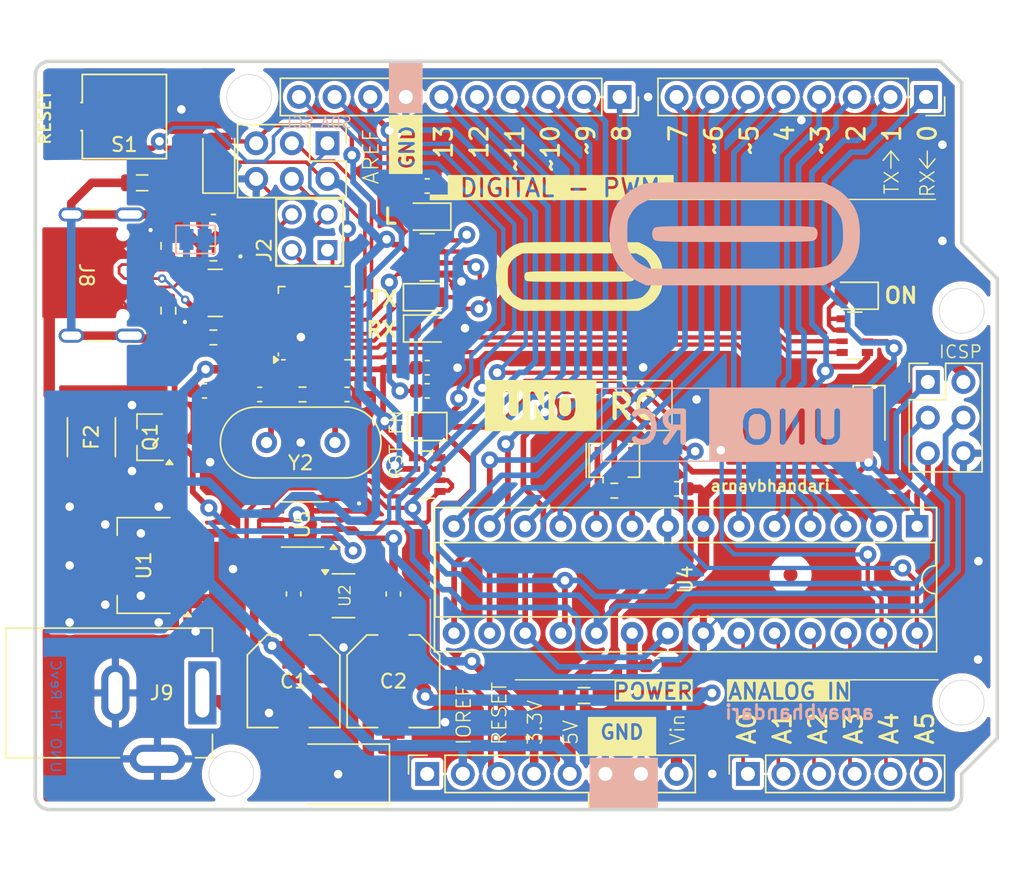
<source format=kicad_pcb>
(kicad_pcb (version 20241229) (generator "pcbnew") (generator_version "9.0")
  (title_block (title "Arduino Uno (Type-C)") (date "2026-02-24") (rev "1") (company "Arnav Bhandari"))
  (layers (0 "F.Cu" signal) (2 "B.Cu" signal) (13 "F.Paste" user) (15 "B.Paste" user) (5 "F.SilkS" user "F.Silkscreen") (7 "B.SilkS" user "B.Silkscreen") (1 "F.Mask" user) (3 "B.Mask" user) (25 "Edge.Cuts" user))
  (net 0 "")
  (net 1 "TXLED")
  (net 2 "Net-(D5-A)")
  (net 3 "RXLED")
  (net 4 "Net-(D6-A)")
  (net 5 "PB6")
  (net 6 "PB4")
  (net 7 "PB7")
  (net 8 "PB5")
  (net 10 "VCC")
  (net 11 "GND")
  (net 12 "+5V")
  (net 14 "+3.3V")
  (net 15 "Net-(D1-A)")
  (net 16 "Net-(D4-A)")
  (net 17 "Net-(D7-A)")
  (net 22 "Net-(U3-UCAP)")
  (net 24 "D-")
  (net 26 "D+")
  (net 27 "RD+")
  (net 28 "RD-")
  (net 32 "USBVCC")
  (net 33 "GATE_CMD")
  (net 34 "CMP")
  (net 36 "Net-(RN2A-R1.2)")
  (net 37 "SCK")
  (net 38 "XUSB")
  (net 41 "USHIELD")
  (net 42 "Net-(U3-XTAL1)")
  (net 43 "Net-(U3-PC0)")
  (net 44 "RESET2")
  (net 45 "MOSI2")
  (net 46 "SCK2")
  (net 47 "MISO2")
  (net 48 "CC2")
  (net 49 "CC1")
  (net 50 "AREF")
  (net 51 "MOSI")
  (net 56 "MISO")
  (net 57 "SS")
  (net 58 "IO9")
  (net 59 "IO8")
  (net 60 "AVCC")
  (net 61 "AD5{slash}SCL")
  (net 62 "AD4{slash}SDA")
  (net 63 "IO6")
  (net 64 "IO3")
  (net 65 "IO1")
  (net 66 "IO5")
  (net 67 "IO0")
  (net 68 "IO4")
  (net 69 "IO2")
  (net 70 "IO7")
  (net 71 "DTR")
  (net 72 "RESET")
  (net 73 "Net-(U4-PB6)")
  (net 74 "Net-(U4-PB7)")
  (net 75 "M8TXD")
  (net 76 "M8RXD")
  (net 77 "AD1")
  (net 78 "AD3")
  (net 79 "AD2")
  (net 80 "AD0")
  (footprint "Crystal:Crystal_HC49-4H_Vertical" (layer "F.Cu") (at 135.5741 105.5116 180)
    (property "Reference" "Y2")
    (property "Value" "LFXTAL003240BULK")
  )
  (footprint "Package_DFN_QFN:VQFN-32-1EP_5x5mm_P0.5mm_EP3.1x3.1mm" (layer "F.Cu") (at 134.1501 97.0026 90)
    (property "Reference" "U3" (hide yes))
    (property "Value" "ATMEGA16U2-MU")
  )
  (footprint "Crystal:Resonator_SMD_Murata_CSTxExxV-3Pin_3.0x1.1mm" (layer "F.Cu") (at 155.4861 106.7816)
    (property "Reference" "Y1" (hide yes))
    (property "Value" "CSTNE16M0V530000R0")
  )
  (footprint "Capacitor_SMD:C_0603_1608Metric" (layer "F.Cu") (at 142.1511 100.1776)
    (property "Reference" "C9" (hide yes))
    (property "Value" "100n")
  )
  (footprint "Connector_PinSocket_2.54mm:PinSocket_1x10_P2.54mm_Vertical" (layer "F.Cu") (at 155.8671 80.8736 -90)
    (property "Reference" "J4" (hide yes))
    (property "Value" "PPTC101LFBN-RC")
  )
  (footprint "Arduino UNO:CAP_EEHZA1E470P" (layer "F.Cu") (at 132.6261 122.5296 -90)
    (property "Reference" "C1")
    (property "Value" "47u")
  )
  (footprint "Diode_SMD:D_1206_3216Metric" (layer "F.Cu") (at 173.6471 103.7336 -90)
    (property "Reference" "D2" (hide yes))
    (property "Value" "CD1206-S01575")
  )
  (footprint "Capacitor_SMD:C_0603_1608Metric" (layer "F.Cu") (at 130.2131 102.0826 180)
    (property "Reference" "C11" (hide yes))
    (property "Value" "22p")
  )
  (footprint "Capacitor_SMD:C_0603_1608Metric" (layer "F.Cu") (at 132.6261 116.3066 -90)
    (property "Reference" "C3" (hide yes))
    (property "Value" "100n")
  )
  (footprint "Inductor_SMD:L_0805_2012Metric" (layer "F.Cu") (at 121.8311 86.995)
    (property "Reference" "FB1" (hide yes))
    (property "Value" "1kΩ@100MHz")
  )
  (footprint "Capacitor_SMD:C_0603_1608Metric" (layer "F.Cu") (at 126.2761 101.8286)
    (property "Reference" "C4" (hide yes))
    (property "Value" "100n")
  )
  (footprint "Package_DIP:DIP-28_W7.62mm_Socket" (layer "F.Cu") (at 177.0761 111.4806 -90)
    (property "Reference" "U4")
    (property "Value" "ATMEGA328P-PU")
  )
  (footprint "LED_SMD:LED_0805_2012Metric" (layer "F.Cu") (at 142.1511 89.408 180)
    (property "Reference" "D4" (hide yes))
    (property "Value" "YELLOW")
  )
  (footprint "Capacitor_SMD:C_0603_1608Metric" (layer "F.Cu") (at 142.1511 87.2236)
    (property "Reference" "C6" (hide yes))
    (property "Value" "100n")
  )
  (footprint "Capacitor_SMD:C_0603_1608Metric" (layer "F.Cu") (at 158.5341 121.412)
    (property "Reference" "C12" (hide yes))
    (property "Value" "100n")
  )
  (footprint "Capacitor_SMD:C_0603_1608Metric" (layer "F.Cu") (at 142.1511 101.8286)
    (property "Reference" "C7" (hide yes))
    (property "Value" "100n")
  )
  (footprint "Connector_USB:USB_C_Receptacle_GCT_USB4105-xx-A_16P_TopMnt_Horizontal" (layer "F.Cu") (at 117.85 93.5736 -90)
    (property "Reference" "J8")
    (property "Value" "USB_C_Receptacle_USB2.0_16P")
  )
  (footprint "Package_TO_SOT_SMD:SOT-23-5" (layer "F.Cu") (at 136.1821 116.4336)
    (property "Reference" "U2")
    (property "Value" "LP2985-3.3")
  )
  (footprint "Diode_SMD:D_SMB" (layer "F.Cu") (at 135.8011 129.159 180)
    (property "Reference" "D1" (hide yes))
    (property "Value" "CGRB307-G")
  )
  (footprint "Capacitor_SMD:C_0603_1608Metric" (layer "F.Cu") (at 126.9111 89.7636)
    (property "Reference" "C10" (hide yes))
    (property "Value" "1u")
  )
  (footprint "Arduino UNO:SW_TS06-667-30-BK-100-G-SMT-TR" (layer "F.Cu") (at 120.5611 82.2706)
    (property "Reference" "S1")
    (property "Value" "TS06-667-30-BK-100-G-SMT-TR")
  )
  (footprint "Capacitor_SMD:C_0603_1608Metric" (layer "F.Cu") (at 136.4361 102.0826)
    (property "Reference" "C13" (hide yes))
    (property "Value" "22p")
  )
  (footprint "Connector_PinSocket_2.54mm:PinSocket_1x06_P2.54mm_Vertical" (layer "F.Cu") (at 165.011 129.1336 90)
    (property "Reference" "J6" (hide yes))
    (property "Value" "PPTC061LFBN-RC")
  )
  (footprint "Package_SO:MSOP-8_3x3mm_P0.65mm" (layer "F.Cu") (at 133.2611 111.3536 180)
    (property "Reference" "U5")
    (property "Value" "LMV358IDGKR")
  )
  (footprint "Jumper:SolderJumper-2_P1.3mm_Open_Pad1.0x1.5mm" (layer "F.Cu") (at 142.1511 104.3686)
    (property "Reference" "JP1" (hide yes))
    (property "Value" "SolderJumper_2_Open")
  )
  (footprint "Fiducial:Fiducial_1mm_Mask3mm" (layer "F.Cu") (at 120.5611 81.7626)
    (property "Reference" "FID1" (hide yes))
    (property "Value" "Fiducial")
  )
  (footprint "Connector_PinSocket_2.54mm:PinSocket_1x08_P2.54mm_Vertical" (layer "F.Cu") (at 142.1511 129.1336 90)
    (property "Reference" "J7" (hide yes))
    (property "Value" "PPTC081LFBN-RC")
  )
  (footprint "Package_TO_SOT_SMD:SOT-223-3_TabPin2" (layer "F.Cu") (at 121.9581 114.2746 180)
    (property "Reference" "U1")
    (property "Value" "NCP1117-5.0_SOT223")
  )
  (footprint "Resistor_SMD:R_0603_1608Metric" (layer "F.Cu") (at 126.9111 92.0336 180)
    (property "Reference" "Z1" (hide yes))
    (property "Value" "5pF@1MHz")
  )
  (footprint "Resistor_SMD:R_0603_1608Metric" (layer "F.Cu") (at 123.698 91.4908 90)
    (property "Reference" "R3" (hide yes))
    (property "Value" "5k1")
  )
  (footprint "Arduino UNO:CONN_M20-9980245_HRW" (layer "F.Cu") (at 135.039 91.796 90)
    (property "Reference" "J2")
    (property "Value" "M20-9980245")
  )
  (footprint "Resistor_SMD:R_Array_Convex_4x0603" (layer "F.Cu") (at 142.1511 92.3036)
    (property "Reference" "RN2" (hide yes))
    (property "Value" "1k")
  )
  (footprint "Resistor_SMD:R_0603_1608Metric" (layer "F.Cu") (at 123.698 96.1136 -90)
    (property "Reference" "R4" (hide yes))
    (property "Value" "5k1")
  )
  (footprint "Resistor_SMD:R_0603_1608Metric" (layer "F.Cu") (at 155.4861 108.9406)
    (property "Reference" "R2" (hide yes))
    (property "Value" "1M")
  )
  (footprint "Fiducial:Fiducial_1mm_Mask3mm" (layer "F.Cu") (at 117.9411 128.2636)
    (property "Reference" "FID3" (hide yes))
    (property "Value" "Fiducial")
  )
  (footprint "Connector_BarrelJack:BarrelJack_Kycon_KLDX-0202-xC_Horizontal" (layer "F.Cu") (at 126.12 123.36)
    (property "Reference" "J9")
    (property "Value" "PJ-102AH")
  )
  (footprint "LED_SMD:LED_0805_2012Metric" (layer "F.Cu") (at 142.1384 95.1484)
    (property "Reference" "D5" (hide yes))
    (property "Value" "YELLOW")
  )
  (footprint "Resistor_SMD:R_Array_Convex_4x0603" (layer "F.Cu") (at 142.1511 107.7976 180)
    (property "Reference" "RN1" (hide yes))
    (property "Value" "10k")
  )
  (footprint "Resistor_SMD:R_Array_Convex_4x0603" (layer "F.Cu") (at 127.0381 94.8436 180)
    (property "Reference" "RN3" (hide yes))
    (property "Value" "22R")
  )
  (footprint "Inductor_SMD:L_0805_2012Metric" (layer "F.Cu") (at 153.3271 123.5456)
    (property "Reference" "FB2" (hide yes))
    (property "Value" "10uH")
  )
  (footprint "Resistor_SMD:R_Array_Convex_4x0603" (layer "F.Cu") (at 172.6311 97.8916 180)
    (property "Reference" "RN4" (hide yes))
    (property "Value" "1k")
  )
  (footprint "Fuse:Fuse_1812_4532Metric_Pad1.30x3.40mm_HandSolder" (layer "F.Cu") (at 118.2116 105.1306 -90)
    (property "Reference" "F2")
    (property "Value" "MF-MSMF050-2")
  )
  (footprint "Connector_PinSocket_2.54mm:PinSocket_1x08_P2.54mm_Vertical" (layer "F.Cu") (at 177.7111 80.8736 -90)
    (property "Reference" "J5" (hide yes))
    (property "Value" "PPTC081LFBN-RC")
  )
  (footprint "Capacitor_SMD:C_0603_1608Metric" (layer "F.Cu") (at 139.7381 116.3066 90)
    (property "Reference" "C5" (hide yes))
    (property "Value" "1u")
  )
  (footprint "Fiducial:Fiducial_1mm_Mask3mm" (layer "F.Cu") (at 168.0511 114.9326)
    (property "Reference" "FID2" (hide yes))
    (property "Value" "Fiducial")
  )
  (footprint "Resistor_SMD:R_0603_1608Metric" (layer "F.Cu") (at 126.9111 98.0186 180)
    (property "Reference" "Z2" (hide yes))
    (property "Value" "5pF@1MHz")
  )
  (footprint "Resistor_SMD:R_0603_1608Metric" (layer "F.Cu") (at 133.2611 102.0826 180)
    (property "Reference" "R1" (hide yes))
    (property "Value" "1M")
  )
  (footprint "Diode_SMD:D_1206_3216Metric" (layer "F.Cu") (at 127.2921 85.4456 90)
    (property "Reference" "D3" (hide yes))
    (property "Value" "CD1206-S01575")
  )
  (footprint "Arduino UNO:CAP_EEHZA1E470P" (layer "F.Cu") (at 139.7381 122.5296 -90)
    (property "Reference" "C2")
    (property "Value" "47u")
  )
  (footprint "LED_SMD:LED_0805_2012Metric" (layer "F.Cu") (at 172.6184 95.0468 180)
    (property "Reference" "D7" (hide yes))
    (property "Value" "GREEN")
  )
  (footprint "Connector_PinHeader_2.54mm:PinHeader_2x03_P2.54mm_Vertical" (layer "F.Cu") (at 135.0391 84.1756 -90)
    (property "Reference" "J1" (hide yes))
    (property "Value" "M20-9980345")
  )
  (footprint "Capacitor_SMD:C_0603_1608Metric" (layer "F.Cu") (at 159.9311 108.8136)
    (property "Reference" "C8" (hide yes))
    (property "Value" "100n")
  )
  (footprint "Package_TO_SOT_SMD:SC-59" (layer "F.Cu") (at 122.4104 105.1306 180)
    (property "Reference" "Q1")
    (property "Value" "FDN340P")
  )
  (footprint "Connector_PinHeader_2.54mm:PinHeader_2x03_P2.54mm_Vertical" (layer "F.Cu") (at 177.8381 101.1936)
    (property "Reference" "J3" (hide yes))
    (property "Value" "M20-9980345")
  )
  (footprint "LED_SMD:LED_0805_2012Metric" (layer "F.Cu") (at 142.1511 97.3836)
    (property "Reference" "D6" (hide yes))
    (property "Value" "YELLOW")
  )
  (footprint "Jumper:SolderJumper-2_P1.3mm_Open_Pad1.0x1.5mm" (layer "B.Cu") (at 125.6411 91.0336 180)
    (property "Reference" "JP2" (hide yes))
    (property "Value" "SolderJumper_2_Open")
  )
  (gr_line (start 175.2092 84.7344) (end 174.653189 85.397028) (stroke (width 0.1)) (layer "F.SilkS"))
  (gr_rect (start 153.6486 130.521656) (end 158.4238 131.521656) (stroke (width 0.1)) (fill yes) (layer "F.SilkS"))
  (gr_rect (start 139.4714 78.486) (end 141.7714 79.486) (stroke (width 0.1)) (fill yes) (layer "F.SilkS"))
  (gr_poly (pts (xy 154.123517 93.297645) (xy 154.995848 93.300299) (xy 155.351126 93.302584) (xy 155.657439 93.305632) (xy 155.918508 93.309536) (xy 156.138054 93.314388) (xy 156.319798 93.320282) (xy 156.467461 93.327311) (xy 156.584762 93.335568) (xy 156.675423 93.345146) (xy 156.711927 93.350459) (xy 156.743165 93.356137) (xy 156.769604 93.362192) (xy 156.791708 93.368636) (xy 156.809943 93.375479) (xy 156.824773 93.382734) (xy 156.836664 93.390412) (xy 156.84608 93.398525) (xy 156.858173 93.410851) (xy 156.869449 93.423983) (xy 156.879912 93.43787) (xy 156.889562 93.452463) (xy 156.898404 93.467712) (xy 156.906439 93.483567) (xy 156.913669 93.499977) (xy 156.920097 93.516893) (xy 156.925725 93.534265) (xy 156.930555 93.552043) (xy 156.937832 93.588616) (xy 156.941947 93.626212) (xy 156.942917 93.664432) (xy 156.940762 93.702874) (xy 156.935501 93.74114) (xy 156.927151 93.778829) (xy 156.915731 93.815542) (xy 156.908876 93.833407) (xy 156.901261 93.850878) (xy 156.892887 93.867904) (xy 156.883758 93.884437) (xy 156.873875 93.900425) (xy 156.863241 93.915819) (xy 156.851858 93.93057) (xy 156.839729 93.944625) (xy 156.79265 93.98053) (xy 156.697648 94.008026) (xy 156.516921 94.02823) (xy 156.212667 94.042257) (xy 155.082367 94.056246) (xy 153.004329 94.058925) (xy 151.893588 94.058206) (xy 151.022832 94.055552) (xy 150.66817 94.053267) (xy 150.36237 94.050219) (xy 150.101721 94.046315) (xy 149.882511 94.041463) (xy 149.701029 94.035568) (xy 149.553564 94.028539) (xy 149.436403 94.020283) (xy 149.345837 94.010705) (xy 149.309366 94.005392) (xy 149.278153 93.999713) (xy 149.251732 93.993658) (xy 149.229639 93.987215) (xy 149.211412 93.980372) (xy 149.196586 93.973117) (xy 149.184696 93.965439) (xy 149.17528 93.957326) (xy 149.163746 93.944909) (xy 149.152956 93.931516) (xy 149.14291 93.917212) (xy 149.133608 93.902061) (xy 149.12505 93.886128) (xy 149.117237 93.86948) (xy 149.110168 93.85218) (xy 149.103842 93.834294) (xy 149.093424 93.797025) (xy 149.085983 93.758194) (xy 149.081518 93.71832) (xy 149.08003 93.677925) (xy 149.081518 93.637531) (xy 149.085983 93.597657) (xy 149.093424 93.558826) (xy 149.103842 93.521557) (xy 149.110168 93.503671) (xy 149.117237 93.486371) (xy 149.12505 93.469722) (xy 149.133608 93.45379) (xy 149.14291 93.438639) (xy 149.152956 93.424335) (xy 149.163746 93.410942) (xy 149.17528 93.398525) (xy 149.229652 93.368636) (xy 149.345936 93.345146) (xy 149.553899 93.327311) (xy 149.883305 93.314388) (xy 151.025511 93.300299) (xy 153.010679 93.296926)) (stroke (width -0.000001)) (fill yes) (layer "F.SilkS"))
  (gr_poly (pts (xy 153.137679 91.220476) (xy 157.233429 91.233176) (xy 157.658879 91.442726) (xy 157.754244 91.492552) (xy 157.84732 91.546657) (xy 157.937904 91.604855) (xy 158.02579 91.66696) (xy 158.110774 91.732786) (xy 158.192651 91.802146) (xy 158.271217 91.874854) (xy 158.346267 91.950726) (xy 158.417596 92.029573) (xy 158.485 92.111212) (xy 158.548273 92.195455) (xy 158.607212 92.282116) (xy 158.661612 92.37101) (xy 158.711268 92.46195) (xy 158.755976 92.554751) (xy 158.79553 92.649225) (xy 158.832365 92.752419) (xy 158.864288 92.86577) (xy 158.8913 92.987828) (xy 158.913401 93.117141) (xy 158.930591 93.252258) (xy 158.942869 93.391729) (xy 158.950236 93.534102) (xy 158.952692 93.677925) (xy 158.950236 93.821749) (xy 158.942869 93.964122) (xy 158.930591 94.103593) (xy 158.913401 94.23871) (xy 158.8913 94.368023) (xy 158.864288 94.490081) (xy 158.832365 94.603432) (xy 158.79553 94.706625) (xy 158.755976 94.8011) (xy 158.711268 94.893901) (xy 158.661612 94.984841) (xy 158.607212 95.073735) (xy 158.548273 95.160396) (xy 158.485 95.244639) (xy 158.417596 95.326277) (xy 158.346267 95.405125) (xy 158.271217 95.480996) (xy 158.192651 95.553705) (xy 158.110774 95.623065) (xy 158.02579 95.688891) (xy 157.937904 95.750995) (xy 157.84732 95.809193) (xy 157.754244 95.863298) (xy 157.658879 95.913125) (xy 157.233429 96.122675) (xy 148.78793 96.122675) (xy 148.36248 95.913125) (xy 148.221031 95.838131) (xy 148.087247 95.756086) (xy 147.961202 95.667084) (xy 147.842971 95.571217) (xy 147.732627 95.468579) (xy 147.630246 95.359261) (xy 147.535901 95.243358) (xy 147.449667 95.120963) (xy 147.371619 94.992168) (xy 147.301832 94.857066) (xy 147.240378 94.71575) (xy 147.187333 94.568314) (xy 147.142771 94.414851) (xy 147.106767 94.255453) (xy 147.079395 94.090213) (xy 147.06073 93.919225) (xy 147.054161 93.826082) (xy 147.051044 93.730399) (xy 147.051158 93.677925) (xy 147.89893 93.677925) (xy 147.899823 93.892374) (xy 147.901274 93.981884) (xy 147.903692 94.061207) (xy 147.907301 94.131564) (xy 147.912324 94.194173) (xy 147.918984 94.250252) (xy 147.927505 94.301019) (xy 147.932533 94.324792) (xy 147.938109 94.347694) (xy 147.944262 94.369877) (xy 147.95102 94.391494) (xy 147.95841 94.412698) (xy 147.966461 94.433639) (xy 147.984655 94.475347) (xy 148.005826 94.517836) (xy 148.030196 94.562324) (xy 148.05799 94.610031) (xy 148.08943 94.662175) (xy 148.115721 94.703943) (xy 148.142301 94.743609) (xy 148.169309 94.781303) (xy 148.196884 94.817155) (xy 148.225166 94.851296) (xy 148.254294 94.883855) (xy 148.284409 94.914963) (xy 148.315649 94.94475) (xy 148.348154 94.973347) (xy 148.382063 95.000883) (xy 148.417517 95.027489) (xy 148.454654 95.053296) (xy 148.493614 95.078432) (xy 148.534538 95.103029) (xy 148.577563 95.127217) (xy 148.62283 95.151125) (xy 148.95938 95.328925) (xy 153.004329 95.328925) (xy 154.4828 95.328578) (xy 155.076394 95.327084) (xy 155.583322 95.323766) (xy 155.806732 95.321203) (xy 156.011409 95.317918) (xy 156.198332 95.313825) (xy 156.368477 95.308834) (xy 156.522824 95.302856) (xy 156.662349 95.295805) (xy 156.788031 95.287591) (xy 156.900848 95.278125) (xy 157.001777 95.26732) (xy 157.091796 95.255088) (xy 157.171883 95.241339) (xy 157.243016 95.225986) (xy 157.306173 95.20894) (xy 157.335066 95.199754) (xy 157.362331 95.190112) (xy 157.388092 95.180003) (xy 157.412469 95.169415) (xy 157.435586 95.158338) (xy 157.457564 95.14676) (xy 157.498594 95.122058) (xy 157.536538 95.095222) (xy 157.572372 95.066162) (xy 157.607074 95.034791) (xy 157.641624 95.001021) (xy 157.676997 94.964762) (xy 157.754129 94.884425) (xy 157.811152 94.822504) (xy 157.863245 94.760228) (xy 157.910538 94.697097) (xy 157.953162 94.632608) (xy 157.991246 94.566259) (xy 158.024922 94.497547) (xy 158.054319 94.425969) (xy 158.079567 94.351025) (xy 158.100796 94.272211) (xy 158.118138 94.189026) (xy 158.131722 94.100966) (xy 158.141678 94.00753) (xy 158.148136 93.908215) (xy 158.151228 93.802519) (xy 158.151082 93.68994) (xy 158.14783 93.569975) (xy 158.138032 93.399232) (xy 158.132621 93.325679) (xy 158.126597 93.258925) (xy 158.119753 93.198161) (xy 158.111887 93.142578) (xy 158.102793 93.091367) (xy 158.092267 93.043719) (xy 158.080103 92.998824) (xy 158.066098 92.955873) (xy 158.050046 92.914057) (xy 158.031743 92.872567) (xy 158.010985 92.830593) (xy 157.987566 92.787326) (xy 157.961282 92.741956) (xy 157.931929 92.693675) (xy 157.905638 92.651907) (xy 157.879058 92.612242) (xy 157.85205 92.574548) (xy 157.824475 92.538696) (xy 157.796193 92.504555) (xy 157.767065 92.471996) (xy 157.736951 92.440888) (xy 157.705711 92.411101) (xy 157.673206 92.382504) (xy 157.639296 92.354967) (xy 157.603843 92.328361) (xy 157.566705 92.302555) (xy 157.527745 92.277419) (xy 157.486822 92.252822) (xy 157.443797 92.228634) (xy 157.39853 92.204725) (xy 157.061979 92.026925) (xy 148.95938 92.026925) (xy 148.62283 92.204725) (xy 148.577563 92.228634) (xy 148.534538 92.252822) (xy 148.493614 92.277419) (xy 148.454654 92.302555) (xy 148.417517 92.328361) (xy 148.382063 92.354967) (xy 148.348154 92.382504) (xy 148.315649 92.411101) (xy 148.284409 92.440888) (xy 148.254294 92.471996) (xy 148.225166 92.504555) (xy 148.196884 92.538696) (xy 148.169309 92.574548) (xy 148.142301 92.612242) (xy 148.115721 92.651907) (xy 148.08943 92.693675) (xy 148.030196 92.793527) (xy 148.005826 92.838015) (xy 147.984655 92.880504) (xy 147.966461 92.922212) (xy 147.95102 92.964357) (xy 147.938109 93.008157) (xy 147.927505 93.054832) (xy 147.918984 93.105599) (xy 147.912324 93.161678) (xy 147.907301 93.224287) (xy 147.903692 93.294643) (xy 147.899823 93.463477) (xy 147.89893 93.677925) (xy 147.051158 93.677925) (xy 147.051256 93.632763) (xy 147.054678 93.53376) (xy 147.061187 93.433976) (xy 147.070664 93.333996) (xy 147.082988 93.234406) (xy 147.098036 93.135794) (xy 147.115689 93.038744) (xy 147.135826 92.943843) (xy 147.158326 92.851676) (xy 147.183067 92.762831) (xy 147.209929 92.677892) (xy 147.23879 92.597446) (xy 147.269531 92.522078) (xy 147.30203 92.452376) (xy 147.357775 92.35212) (xy 147.419976 92.253975) (xy 147.488242 92.158268) (xy 147.562182 92.065323) (xy 147.641405 91.975467) (xy 147.72552 91.889024) (xy 147.814138 91.80632) (xy 147.906867 91.727682) (xy 148.003317 91.653433) (xy 148.103097 91.583901) (xy 148.205817 91.519411) (xy 148.311085 91.460287) (xy 148.418511 91.406856) (xy 148.527704 91.359444) (xy 148.638274 91.318375) (xy 148.74983 91.283976) (xy 148.87456 91.264318) (xy 149.091638 91.248157) (xy 149.860286 91.226032) (xy 151.170668 91.217003)) (stroke (width -0.000001)) (fill yes) (layer "F.SilkS"))
  (gr_rect (start 146.304 101.6508) (end 147.505496 104.0892) (stroke (width 0.1)) (fill yes) (layer "F.SilkS"))
  (gr_line (start 175.2092 84.7344) (end 175.765211 85.397028) (stroke (width 0.1)) (layer "F.SilkS"))
  (gr_rect (start 141.3764 82.9136) (end 141.7714 86.0044) (stroke (width 0.1)) (fill yes) (layer "F.SilkS"))
  (gr_line (start 143.6624 86.487) (end 144.6784 86.487) (stroke (width 0.1)) (layer "F.SilkS"))
  (gr_line (start 177.8 85.9536) (end 177.243989 85.290972) (stroke (width 0.1)) (layer "F.SilkS"))
  (gr_rect (start 142.38 87.884) (end 144.6276 88.18) (stroke (width 0.1)) (fill yes) (layer "F.SilkS"))
  (gr_line (start 177.8 85.9536) (end 178.356011 85.290972) (stroke (width 0.1)) (layer "F.SilkS"))
  (gr_line (start 142.38 88.18) (end 178.38 88.18) (stroke (width 0.1)) (layer "F.SilkS"))
  (gr_rect (start 146.304 101.1) (end 154.167792 101.6508) (stroke (width 0.1)) (fill yes) (layer "F.SilkS"))
  (gr_rect (start 153.6486 125.1204) (end 154.502 127.757131) (stroke (width 0.1)) (fill yes) (layer "F.SilkS"))
  (gr_rect (start 152.8572 101.6508) (end 154.167792 104.0892) (stroke (width 0.1)) (fill yes) (layer "F.SilkS"))
  (gr_rect (start 146.304 104.0892) (end 154.167792 104.65) (stroke (width 0.1)) (fill yes) (layer "F.SilkS"))
  (gr_rect (start 154.167792 101.1) (end 159.6 104.65) (stroke (width 0.1)) (fill no) (layer "F.SilkS"))
  (gr_rect (start 154.502 126.796) (end 157.552 127.757131) (stroke (width 0.1)) (fill yes) (layer "F.SilkS"))
  (gr_line (start 163.569 122.428) (end 178.569 122.428) (stroke (width 0.1)) (layer "F.SilkS"))
  (gr_line (start 148.436 122.428) (end 161.036 122.428) (stroke (width 0.1)) (layer "F.SilkS"))
  (gr_rect (start 139.4714 86.0044) (end 141.7714 86.3172) (stroke (width 0.1)) (fill yes) (layer "F.SilkS"))
  (gr_line (start 175.2092 85.9536) (end 175.2092 84.7344) (stroke (width 0.1)) (layer "F.SilkS"))
  (gr_rect (start 139.4714 82.261233) (end 141.7714 82.9136) (stroke (width 0.1)) (fill yes) (layer "F.SilkS"))
  (gr_rect (start 154.502 125.1204) (end 157.552 125.4252) (stroke (width 0.1)) (fill yes) (layer "F.SilkS"))
  (gr_rect (start 157.552 125.1204) (end 158.4238 127.757131) (stroke (width 0.1)) (fill yes) (layer "F.SilkS"))
  (gr_rect (start 139.4714 82.9136) (end 139.9286 86.0044) (stroke (width 0.1)) (fill yes) (layer "F.SilkS"))
  (gr_rect (start 143.6624 86.5124) (end 144.6276 87.884) (stroke (width 0.1)) (fill yes) (layer "F.SilkS"))
  (gr_line (start 177.8 84.7344) (end 177.8 85.9536) (stroke (width 0.1)) (layer "F.SilkS"))
  (gr_rect (start 171.7548 101.644) (end 173.8884 106.8392) (stroke (width 0.1)) (fill yes) (layer "B.SilkS"))
  (gr_rect (start 153.7716 128.022346) (end 158.5468 131.522346) (stroke (width 0.1)) (fill yes) (layer "B.SilkS"))
  (gr_rect (start 154.59 101.644) (end 162.3136 106.8392) (stroke (width 0.1)) (fill no) (layer "B.SilkS"))
  (gr_rect (start 162.3136 101.644) (end 164.5412 106.8392) (stroke (width 0.1)) (fill yes) (layer "B.SilkS"))
  (gr_poly (pts (xy 165.753256 90.069479) (xy 167.061753 90.07346) (xy 167.594669 90.076887) (xy 168.054139 90.081459) (xy 168.445743 90.087315) (xy 168.775062 90.094593) (xy 169.047678 90.103434) (xy 169.269172 90.113978) (xy 169.445124 90.126363) (xy 169.581116 90.14073) (xy 169.635871 90.148699) (xy 169.682729 90.157217) (xy 169.722387 90.166299) (xy 169.755543 90.175964) (xy 169.782895 90.18623) (xy 169.80514 90.197112) (xy 169.822976 90.208629) (xy 169.837101 90.220799) (xy 169.85524 90.239288) (xy 169.872155 90.258985) (xy 169.887848 90.279816) (xy 169.902325 90.301706) (xy 169.915587 90.324579) (xy 169.927639 90.348361) (xy 169.938485 90.372976) (xy 169.948126 90.398351) (xy 169.956568 90.424409) (xy 169.963814 90.451076) (xy 169.974729 90.505935) (xy 169.980901 90.562329) (xy 169.982357 90.619658) (xy 169.979124 90.677322) (xy 169.971232 90.734721) (xy 169.958707 90.791255) (xy 169.941578 90.846324) (xy 169.931295 90.873121) (xy 169.919872 90.899327) (xy 169.907312 90.924867) (xy 169.893618 90.949666) (xy 169.878794 90.973649) (xy 169.862843 90.99674) (xy 169.845769 91.018865) (xy 169.827575 91.039949) (xy 169.756956 91.093806) (xy 169.614453 91.13505) (xy 169.343363 91.165356) (xy 168.886981 91.186396) (xy 167.191531 91.20738) (xy 164.074475 91.211399) (xy 162.408363 91.21032) (xy 161.102229 91.206339) (xy 160.570236 91.202911) (xy 160.111536 91.198339) (xy 159.720562 91.192484) (xy 159.391747 91.185205) (xy 159.119525 91.176364) (xy 158.898327 91.16582) (xy 158.722586 91.153435) (xy 158.586736 91.139068) (xy 158.532031 91.131099) (xy 158.48521 91.122581) (xy 158.445578 91.113499) (xy 158.41244 91.103834) (xy 158.385099 91.093569) (xy 158.362859 91.082686) (xy 158.345025 91.071169) (xy 158.330901 91.058999) (xy 158.3136 91.040375) (xy 158.297415 91.020286) (xy 158.282346 90.998829) (xy 158.268393 90.976102) (xy 158.255557 90.952204) (xy 158.243836 90.927231) (xy 158.233232 90.901281) (xy 158.223745 90.874453) (xy 158.208118 90.818549) (xy 158.196956 90.760301) (xy 158.190258 90.700491) (xy 158.188026 90.639899) (xy 158.190258 90.579307) (xy 158.196956 90.519497) (xy 158.208118 90.461249) (xy 158.223745 90.405346) (xy 158.233232 90.378517) (xy 158.243836 90.352568) (xy 158.255557 90.327595) (xy 158.268393 90.303696) (xy 158.282346 90.28097) (xy 158.297415 90.259513) (xy 158.3136 90.239423) (xy 158.330901 90.220799) (xy 158.412459 90.175964) (xy 158.586885 90.14073) (xy 158.898829 90.113978) (xy 159.392938 90.094593) (xy 161.106247 90.07346) (xy 164.084 90.0684)) (stroke (width -0.000001)) (fill yes) (layer "B.SilkS"))
  (gr_poly (pts (xy 164.2745 86.953725) (xy 170.418125 86.972774) (xy 171.056299 87.2871) (xy 171.199346 87.361839) (xy 171.338961 87.442997) (xy 171.474837 87.530294) (xy 171.606666 87.623451) (xy 171.734142 87.722189) (xy 171.856958 87.826229) (xy 171.974807 87.935292) (xy 172.087381 88.049099) (xy 172.194375 88.167371) (xy 172.29548 88.289829) (xy 172.390391 88.416193) (xy 172.4788 88.546185) (xy 172.560399 88.679526) (xy 172.634883 88.815936) (xy 172.701944 88.955137) (xy 172.761276 89.096849) (xy 172.816528 89.25164) (xy 172.864413 89.421666) (xy 172.904932 89.604753) (xy 172.938083 89.798723) (xy 172.963867 90.001399) (xy 172.982285 90.210604) (xy 172.993335 90.424163) (xy 172.997019 90.639899) (xy 172.993335 90.855635) (xy 172.982285 91.069194) (xy 172.963867 91.2784) (xy 172.938083 91.481076) (xy 172.904932 91.675045) (xy 172.864413 91.858132) (xy 172.816528 92.028159) (xy 172.761276 92.182949) (xy 172.701944 92.324661) (xy 172.634883 92.463862) (xy 172.560399 92.600272) (xy 172.4788 92.733613) (xy 172.390391 92.863605) (xy 172.29548 92.989969) (xy 172.194375 93.112427) (xy 172.087381 93.230699) (xy 171.974807 93.344506) (xy 171.856958 93.453569) (xy 171.734142 93.557609) (xy 171.606666 93.656347) (xy 171.474837 93.749504) (xy 171.338961 93.836801) (xy 171.199346 93.917959) (xy 171.056299 93.992698) (xy 170.418125 94.307024) (xy 157.749876 94.307024) (xy 157.111701 93.992698) (xy 156.899528 93.880208) (xy 156.698852 93.757141) (xy 156.509784 93.623637) (xy 156.332437 93.479837) (xy 156.166921 93.325879) (xy 156.013349 93.161903) (xy 155.871832 92.988049) (xy 155.742482 92.804455) (xy 155.62541 92.611262) (xy 155.520728 92.40861) (xy 155.428548 92.196636) (xy 155.348981 91.975483) (xy 155.282138 91.745287) (xy 155.228132 91.50619) (xy 155.187074 91.258331) (xy 155.159076 91.001849) (xy 155.149223 90.862134) (xy 155.144547 90.71861) (xy 155.144718 90.639899) (xy 156.416376 90.639899) (xy 156.417715 90.961572) (xy 156.419892 91.095836) (xy 156.42352 91.214822) (xy 156.428933 91.320357) (xy 156.436468 91.41427) (xy 156.446458 91.498389) (xy 156.459238 91.57454) (xy 156.46678 91.610199) (xy 156.475144 91.644552) (xy 156.484374 91.677827) (xy 156.494511 91.710253) (xy 156.505596 91.742057) (xy 156.517672 91.77347) (xy 156.544963 91.836031) (xy 156.57672 91.899764) (xy 156.613275 91.966497) (xy 156.654966 92.038058) (xy 156.702126 92.116274) (xy 156.741563 92.178926) (xy 156.781433 92.238425) (xy 156.821944 92.294966) (xy 156.863307 92.348744) (xy 156.90573 92.399954) (xy 156.949422 92.448793) (xy 156.994594 92.495456) (xy 157.041454 92.540136) (xy 157.090211 92.583031) (xy 157.141076 92.624336) (xy 157.194256 92.664245) (xy 157.249962 92.702954) (xy 157.308403 92.740659) (xy 157.369787 92.777555) (xy 157.434325 92.813836) (xy 157.502226 92.849699) (xy 158.007051 93.116399) (xy 164.074475 93.116399) (xy 166.292181 93.115878) (xy 167.182571 93.113636) (xy 167.942964 93.10866) (xy 168.278079 93.104815) (xy 168.585095 93.099888) (xy 168.865479 93.093748) (xy 169.120697 93.086261) (xy 169.352217 93.077296) (xy 169.561505 93.066718) (xy 169.750028 93.054397) (xy 169.919253 93.040199) (xy 170.070646 93.023992) (xy 170.205675 93.005643) (xy 170.325806 92.98502) (xy 170.432505 92.96199) (xy 170.52724 92.93642) (xy 170.57058 92.922642) (xy 170.611478 92.908179) (xy 170.650118 92.893015) (xy 170.686685 92.877133) (xy 170.72136 92.860517) (xy 170.754327 92.84315) (xy 170.815873 92.806098) (xy 170.872787 92.765844) (xy 170.926538 92.722254) (xy 170.978593 92.675198) (xy 171.030416 92.624542) (xy 171.083477 92.570153) (xy 171.199174 92.449649) (xy 171.284709 92.356766) (xy 171.362848 92.263353) (xy 171.433788 92.168657) (xy 171.497724 92.071923) (xy 171.554851 91.972399) (xy 171.605364 91.869331) (xy 171.649459 91.761965) (xy 171.687331 91.649549) (xy 171.719176 91.531328) (xy 171.745188 91.40655) (xy 171.765564 91.27446) (xy 171.780498 91.134306) (xy 171.790185 90.985333) (xy 171.794822 90.82679) (xy 171.794604 90.657921) (xy 171.789725 90.477974) (xy 171.775028 90.221859) (xy 171.766912 90.111529) (xy 171.757876 90.011398) (xy 171.747611 89.920252) (xy 171.735812 89.836878) (xy 171.722171 89.760062) (xy 171.706381 89.68859) (xy 171.688136 89.621247) (xy 171.667128 89.556821) (xy 171.64305 89.494097) (xy 171.615596 89.431861) (xy 171.584458 89.3689) (xy 171.54933 89.303999) (xy 171.509904 89.235945) (xy 171.465874 89.163524) (xy 171.426437 89.100872) (xy 171.386568 89.041374) (xy 171.346057 88.984833) (xy 171.304694 88.931055) (xy 171.262271 88.879844) (xy 171.218578 88.831005) (xy 171.173407 88.784343) (xy 171.126547 88.739662) (xy 171.07779 88.696767) (xy 171.026925 88.655462) (xy 170.973745 88.615553) (xy 170.918039 88.576844) (xy 170.859598 88.539139) (xy 170.798214 88.502244) (xy 170.733676 88.465962) (xy 170.665775 88.430099) (xy 170.16095 88.163399) (xy 158.007051 88.163399) (xy 157.502226 88.430099) (xy 157.434325 88.465962) (xy 157.369787 88.502244) (xy 157.308403 88.539139) (xy 157.249962 88.576844) (xy 157.194256 88.615553) (xy 157.141076 88.655462) (xy 157.090211 88.696767) (xy 157.041454 88.739662) (xy 156.994594 88.784343) (xy 156.949422 88.831005) (xy 156.90573 88.879844) (xy 156.863307 88.931055) (xy 156.821944 88.984833) (xy 156.781433 89.041374) (xy 156.741563 89.100872) (xy 156.702126 89.163524) (xy 156.613275 89.313301) (xy 156.57672 89.380034) (xy 156.544963 89.443768) (xy 156.517672 89.506329) (xy 156.494511 89.569546) (xy 156.475144 89.635247) (xy 156.459238 89.705259) (xy 156.446458 89.78141) (xy 156.436468 89.865528) (xy 156.428933 89.959441) (xy 156.42352 90.064976) (xy 156.417715 90.318226) (xy 156.416376 90.639899) (xy 155.144718 90.639899) (xy 155.144865 90.572156) (xy 155.149997 90.423651) (xy 155.159762 90.273974) (xy 155.173977 90.124005) (xy 155.192462 89.974621) (xy 155.215035 89.826702) (xy 155.241515 89.681127) (xy 155.27172 89.538775) (xy 155.305469 89.400526) (xy 155.342581 89.267257) (xy 155.382874 89.139849) (xy 155.426167 89.019179) (xy 155.472278 88.906128) (xy 155.521026 88.801574) (xy 155.604644 88.65119) (xy 155.697945 88.503974) (xy 155.800344 88.360413) (xy 155.911253 88.220996) (xy 156.030088 88.086211) (xy 156.156262 87.956547) (xy 156.289188 87.832491) (xy 156.428282 87.714533) (xy 156.572957 87.603161) (xy 156.722627 87.498863) (xy 156.876706 87.402127) (xy 157.034608 87.313442) (xy 157.195747 87.233296) (xy 157.359537 87.162177) (xy 157.525392 87.100574) (xy 157.692726 87.048975) (xy 157.879821 87.019488) (xy 158.205439 86.995247) (xy 159.35841 86.962058) (xy 161.323983 86.948515)) (stroke (width -0.000001)) (fill yes) (layer "B.SilkS"))
  (gr_rect (start 164.5412 101.644) (end 171.7548 102.9208) (stroke (width 0.1)) (fill yes) (layer "B.SilkS"))
  (gr_rect (start 139.4714 78.486) (end 141.7714 81.986) (stroke (width 0.1)) (fill yes) (layer "B.SilkS"))
  (gr_rect (start 164.5412 105.8672) (end 171.7548 106.8392) (stroke (width 0.1)) (fill yes) (layer "B.SilkS"))
  (gr_line (start 180.2511 79.8576) (end 180.2511 91.2876) (stroke (width 0.254)) (layer "Edge.Cuts"))
  (gr_line (start 178.7271 78.3336) (end 180.2511 79.8576) (stroke (width 0.254)) (layer "Edge.Cuts"))
  (gr_arc (start 114.2111 79.3336) (mid 114.503993 78.626493) (end 115.2111 78.3336) (stroke (width 0.254)) (layer "Edge.Cuts"))
  (gr_circle (center 129.4511 80.8736) (end 131.0511 80.8736) (stroke (width 0.05)) (fill no) (layer "Edge.Cuts"))
  (gr_line (start 115.2111 78.3336) (end 178.7271 78.3336) (stroke (width 0.254)) (layer "Edge.Cuts"))
  (gr_line (start 182.7911 126.5936) (end 180.2511 129.1336) (stroke (width 0.254)) (layer "Edge.Cuts"))
  (gr_arc (start 115.2111 131.6736) (mid 114.503993 131.380707) (end 114.2111 130.6736) (stroke (width 0.254)) (layer "Edge.Cuts"))
  (gr_line (start 180.2511 129.1336) (end 180.2511 130.6736) (stroke (width 0.254)) (layer "Edge.Cuts"))
  (gr_circle (center 180.2511 124.0536) (end 181.8511 124.0536) (stroke (width 0.05)) (fill no) (layer "Edge.Cuts"))
  (gr_line (start 180.2511 91.2876) (end 182.7911 93.8276) (stroke (width 0.254)) (layer "Edge.Cuts"))
  (gr_line (start 179.2511 131.6736) (end 115.2111 131.6736) (stroke (width 0.254)) (layer "Edge.Cuts"))
  (gr_arc (start 180.2511 130.6736) (mid 179.958205 131.380705) (end 179.2511 131.6736) (stroke (width 0.254)) (layer "Edge.Cuts"))
  (gr_line (start 182.7911 93.8276) (end 182.7911 126.5936) (stroke (width 0.254)) (layer "Edge.Cuts"))
  (gr_circle (center 128.1811 129.1336) (end 129.7811 129.1336) (stroke (width 0.05)) (fill no) (layer "Edge.Cuts"))
  (gr_line (start 114.2111 130.6736) (end 114.2111 79.3336) (stroke (width 0.254)) (layer "Edge.Cuts"))
  (gr_circle (center 180.2511 96.1136) (end 181.8511 96.1136) (stroke (width 0.05)) (fill no) (layer "Edge.Cuts"))
  (gr_text "UNO TH RevC" (at 116.08 129.13 270) (layer "B.Cu") (effects (font (size 0.7 0.8) (thickness 0.1)) (justify left top mirror)))
  (gr_text "TX" (at 137.95 95.925 0) (layer "F.SilkS") (effects (font (size 1.1 1.1) (thickness 0.22) (bold yes)) (justify left bottom)))
  (gr_text "A1" (at 168.2 127.15 90) (layer "F.SilkS") (effects (font (size 1.25 1.25) (thickness 0.2) (bold yes)) (justify left bottom)))
  (gr_text "~11" (at 149.13 86.3 90) (layer "F.SilkS") (effects (font (size 1.25 1.25) (thickness 0.2) (bold yes)) (justify left bottom)))
  (gr_text "GND" (at 141.3 86.1314 90) (layer "F.SilkS" knockout) (effects (font (size 1 1) (thickness 0.2) (bold yes)) (justify left bottom)))
  (gr_text "4" (at 168.39 84.2 90) (layer "F.SilkS") (effects (font (size 1.25 1.25) (thickness 0.2) (bold yes)) (justify left bottom)))
  (gr_text "RC" (at 154.9 104 0) (layer "F.SilkS") (effects (font (size 1.75 1.75) (thickness 0.3)) (justify left bottom)))
  (gr_text "A5" (at 178.36 127.15 90) (layer "F.SilkS") (effects (font (size 1.25 1.25) (thickness 0.2) (bold yes)) (justify left bottom)))
  (gr_text "~3" (at 170.93 85.1 90) (layer "F.SilkS") (effects (font (size 1.25 1.25) (thickness 0.2) (bold yes)) (justify left bottom)))
  (gr_text "7" (at 160.77 84.2 90) (layer "F.SilkS") (effects (font (size 1.25 1.25) (thickness 0.2) (bold yes)) (justify left bottom)))
  (gr_text "8" (at 156.75 84.2 90) (layer "F.SilkS") (effects (font (size 1.25 1.25) (thickness 0.2) (bold yes)) (justify left bottom)))
  (gr_text "L" (at 138.925 90.025 0) (layer "F.SilkS") (effects (font (size 1.1 1.1) (thickness 0.22) (bold yes)) (justify left bottom)))
  (gr_text "RX" (at 137.675 98.125 0) (layer "F.SilkS") (effects (font (size 1.1 1.1) (thickness 0.22) (bold yes)) (justify left bottom)))
  (gr_text "~5" (at 165.85 85.1 90) (layer "F.SilkS") (effects (font (size 1.25 1.25) (thickness 0.2) (bold yes)) (justify left bottom)))
  (gr_text "~9" (at 154.21 85.1 90) (layer "F.SilkS") (effects (font (size 1.25 1.25) (thickness 0.2) (bold yes)) (justify left bottom)))
  (gr_text "2" (at 173.47 84.2 90) (layer "F.SilkS") (effects (font (size 1.25 1.25) (thickness 0.2) (bold yes)) (justify left bottom)))
  (gr_text "5V" (at 152.96 127.15 90) (layer "F.SilkS") (effects (font (size 1 1) (thickness 0.1)) (justify left bottom)))
  (gr_text "13" (at 144.05 85.4 90) (layer "F.SilkS") (effects (font (size 1.25 1.25) (thickness 0.2) (bold yes)) (justify left bottom)))
  (gr_text "ON" (at 174.625 95.675 0) (layer "F.SilkS") (effects (font (size 1.1 1.1) (thickness 0.22) (bold yes)) (justify left bottom)))
  (gr_text "AREF" (at 138.78 87.18 90) (layer "F.SilkS") (effects (font (size 1.1 1.1) (thickness 0.1)) (justify left bottom)))
  (gr_text "~10" (at 151.67 86.3 90) (layer "F.SilkS") (effects (font (size 1.25 1.25) (thickness 0.2) (bold yes)) (justify left bottom)))
  (gr_text "~6" (at 163.31 85.1 90) (layer "F.SilkS") (effects (font (size 1.25 1.25) (thickness 0.2) (bold yes)) (justify left bottom)))
  (gr_text "Vin" (at 160.58 127.15 90) (layer "F.SilkS") (effects (font (size 1 1) (thickness 0.1)) (justify left bottom)))
  (gr_text "RX" (at 178.4 88.1 90) (layer "F.SilkS") (effects (font (size 1 1) (thickness 0.1)) (justify left bottom)))
  (gr_text "ANALOG IN" (at 163.505 123.9 0) (layer "F.SilkS" knockout) (effects (font (size 1.1 1.1) (thickness 0.2) (bold yes)) (justify left bottom)))
  (gr_text "A3" (at 173.28 127.15 90) (layer "F.SilkS") (effects (font (size 1.25 1.25) (thickness 0.2) (bold yes)) (justify left bottom)))
  (gr_text "POWER" (at 155.33 123.9 0) (layer "F.SilkS" knockout) (effects (font (size 1.1 1.1) (thickness 0.2) (bold yes)) (justify left bottom)))
  (gr_text "A2" (at 170.74 127.15 90) (layer "F.SilkS") (effects (font (size 1.25 1.25) (thickness 0.2) (bold yes)) (justify left bottom)))
  (gr_text "arnavbhandari" (at 162.2552 109.0676 0) (layer "F.SilkS") (effects (font (size 0.8 0.8) (thickness 0.16) (bold yes)) (justify left bottom)))
  (gr_text "UNO" (at 147.2 104 0) (layer "F.SilkS" knockout) (effects (font (size 1.75 1.75) (thickness 0.3)) (justify left bottom)))
  (gr_text "IOREF" (at 145.34 127.15 90) (layer "F.SilkS") (effects (font (size 1 1) (thickness 0.1)) (justify left bottom)))
  (gr_text "RESET" (at 147.8788 127.15 90) (layer "F.SilkS") (effects (font (size 1 1) (thickness 0.1)) (justify left bottom)))
  (gr_text "3.3V" (at 150.42 127.15 90) (layer "F.SilkS") (effects (font (size 1 1) (thickness 0.1)) (justify left bottom)))
  (gr_text "A4" (at 175.82 127.15 90) (layer "F.SilkS") (effects (font (size 1.25 1.25) (thickness 0.2) (bold yes)) (justify left bottom)))
  (gr_text "A0" (at 165.66 127.15 90) (layer "F.SilkS") (effects (font (size 1.25 1.25) (thickness 0.2) (bold yes)) (justify left bottom)))
  (gr_text "12" (at 146.59 85.4 90) (layer "F.SilkS") (effects (font (size 1.25 1.25) (thickness 0.2) (bold yes)) (justify left bottom)))
  (gr_text "1" (at 176.01 84.2 90) (layer "F.SilkS") (effects (font (size 1.25 1.25) (thickness 0.2) (bold yes)) (justify left bottom)))
  (gr_text "TX" (at 175.85 87.9 90) (layer "F.SilkS") (effects (font (size 1 1) (thickness 0.1)) (justify left bottom)))
  (gr_text "RST EN" (at 140.462 108.1532 90) (layer "F.SilkS") (effects (font (size 0.9 0.9) (thickness 0.1)) (justify left bottom)))
  (gr_text "GND" (at 154.377 126.746 0) (layer "F.SilkS" knockout) (effects (font (size 1 1) (thickness 0.2) (bold yes)) (justify left bottom)))
  (gr_text "0" (at 178.55 84.2 90) (layer "F.SilkS") (effects (font (size 1.25 1.25) (thickness 0.2) (bold yes)) (justify left bottom)))
  (gr_text "DIGITAL - PWM~" (at 144.35 88.09 0) (layer "F.SilkS" knockout) (effects (font (size 1.25 1.25) (thickness 0.2) (bold yes)) (justify left bottom)))
  (gr_text "RESET" (at 115.3668 84.3788 90) (layer "F.SilkS") (effects (font (size 0.8 0.85) (thickness 0.16) (bold yes)) (justify left bottom)))
  (gr_text "ICSP" (at 178.56 99.57 0) (layer "F.SilkS") (effects (font (size 0.9 0.9) (thickness 0.1)) (justify left bottom)))
  (gr_text "SCL" (at 134.16 83.16 0) (layer "B.SilkS") (effects (font (size 0.8 0.8) (thickness 0.1)) (justify left bottom mirror)))
  (gr_text "SDA" (at 136.85 83.16 0) (layer "B.SilkS") (effects (font (size 0.8 0.8) (thickness 0.1)) (justify left bottom mirror)))
  (gr_text "arnavbhandari" (at 174.1424 125.3236 0) (layer "B.SilkS") (effects (font (size 1 1) (thickness 0.2) (bold yes)) (justify left bottom mirror)))
  (gr_text "UNO" (at 172.212 105.7656 0) (layer "B.SilkS" knockout) (effects (font (size 2.2 2.4) (thickness 0.4) (bold yes)) (justify left bottom mirror)))
  (gr_text "RC" (at 161.1884 105.7656 0) (layer "B.SilkS") (effects (font (size 2.2 2.2) (thickness 0.4) (bold yes)) (justify left bottom mirror)))
  (segment (start 136.5876 97.7526) (end 137.9562 97.7526) (width 0.2794) (layer "F.Cu") (net 1))
  (segment (start 137.9562 97.7526) (end 140.5604 95.1484) (width 0.2794) (layer "F.Cu") (net 1))
  (segment (start 140.5604 95.1484) (end 141.2009 95.1484) (width 0.2794) (layer "F.Cu") (net 1))
  (segment (start 145.3332 92.7036) (end 145.619 92.9894) (width 0.3048) (layer "F.Cu") (net 2))
  (segment (start 145.619 92.9894) (end 145.8984 93.2688) (width 0.3048) (layer "F.Cu") (net 2))
  (segment (start 145.8984 94.2594) (end 145.0094 95.1484) (width 0.3048) (layer "F.Cu") (net 2))
  (segment (start 143.0511 92.7036) (end 145.3332 92.7036) (width 0.3048) (layer "F.Cu") (net 2))
  (segment (start 145.0094 95.1484) (end 143.0759 95.1484) (width 0.3048) (layer "F.Cu") (net 2))
  (segment (start 145.8984 93.2688) (end 145.8984 94.2594) (width 0.3048) (layer "F.Cu") (net 2))
  (via (at 145.619 92.9894) (size 1.2192) (drill 0.6096) (layers "F.Cu" "B.Cu") (net 2))
  (segment (start 138.3738 98.2526) (end 139.2428 97.3836) (width 0.2794) (layer "F.Cu") (net 3))
  (segment (start 139.2428 97.3836) (end 141.2136 97.3836) (width 0.2794) (layer "F.Cu") (net 3))
  (segment (start 136.5876 98.2526) (end 138.3738 98.2526) (width 0.2794) (layer "F.Cu") (net 3))
  (segment (start 143.095 97.3772) (end 144.492 95.9802) (width 0.3048) (layer "F.Cu") (net 4))
  (segment (start 146.2958 91.8972) (end 143.0575 91.8972) (width 0.3048) (layer "F.Cu") (net 4))
  (segment (start 144.492 95.9802) (end 145.8322 95.9802) (width 0.3048) (layer "F.Cu") (net 4))
  (segment (start 146.899 92.5004) (end 146.2958 91.8972) (width 0.3048) (layer "F.Cu") (net 4))
  (segment (start 145.8322 95.9802) (end 146.899 94.8118) (width 0.3048) (layer "F.Cu") (net 4))
  (segment (start 146.899 94.8118) (end 146.899 92.5004) (width 0.3048) (layer "F.Cu") (net 4))
  (via (at 145.8322 95.9802) (size 1.2192) (drill 0.6096) (layers "F.Cu" "B.Cu") (net 4))
  (segment (start 134.4001 93.846095) (end 132.499 91.944995) (width 0.2794) (layer "F.Cu") (net 5))
  (segment (start 134.4001 94.5651) (end 134.4001 93.846095) (width 0.2794) (layer "F.Cu") (net 5))
  (segment (start 132.499 91.944995) (end 132.499 91.796) (width 0.2794) (layer "F.Cu") (net 5))
  (segment (start 135.4 92.157) (end 135.039 91.796) (width 0.3048) (layer "F.Cu") (net 6))
  (segment (start 135.4 94.565) (end 135.4 92.157) (width 0.2794) (layer "F.Cu") (net 6))
  (segment (start 135.4001 94.5651) (end 135.4 94.565) (width 0.2794) (layer "F.Cu") (net 6))
  (segment (start 133.9001 94.7026) (end 133.9001 94.047606) (width 0.2794) (layer "F.Cu") (net 7))
  (segment (start 131.233204 90.521796) (end 132.499 89.256) (width 0.3048) (layer "F.Cu") (net 7))
  (segment (start 133.9001 94.047606) (end 133.064767 93.212273) (width 0.2794) (layer "F.Cu") (net 7))
  (segment (start 131.995204 93.212273) (end 131.233204 92.450273) (width 0.3048) (layer "F.Cu") (net 7))
  (segment (start 131.233204 92.450273) (end 131.233204 90.521796) (width 0.3048) (layer "F.Cu") (net 7))
  (segment (start 133.064767 93.212273) (end 131.995204 93.212273) (width 0.2794) (layer "F.Cu") (net 7))
  (segment (start 134.9001 93.619532) (end 133.774686 92.494118) (width 0.2794) (layer "F.Cu") (net 8))
  (segment (start 133.774686 92.494118) (end 133.774686 90.520314) (width 0.2794) (layer "F.Cu") (net 8))
  (segment (start 133.774686 90.520314) (end 135.039 89.256) (width 0.2794) (layer "F.Cu") (net 8))
  (segment (start 135.044686 89.261686) (end 135.039 89.256) (width 0.3048) (layer "F.Cu") (net 8))
  (segment (start 134.9001 94.5651) (end 134.9001 93.619532) (width 0.2794) (layer "F.Cu") (net 8))
  (segment (start 137.9511 121.997688) (end 137.578035 122.370753) (width 0.6096) (layer "F.Cu") (net 10))
  (segment (start 139.7381 120.8405) (end 142.0114 123.1138) (width 0.8128) (layer "F.Cu") (net 10))
  (segment (start 140.377188 109.347) (end 140.726588 108.9976) (width 0.3048) (layer "F.Cu") (net 10))
  (segment (start 128.873797 112.796514) (end 129.277346 112.392965) (width 0.3048) (layer "F.Cu") (net 10))
  (segment (start 160.5534 123.3678) (end 159.9184 124.0028) (width 0.8128) (layer "F.Cu") (net 10))
  (segment (start 137.9511 121.997688) (end 137.9511 128.938818) (width 0.8128) (layer "F.Cu") (net 10))
  (segment (start 140.726588 108.9976) (end 141.2511 108.9976) (width 0.3048) (layer "F.Cu") (net 10))
  (segment (start 139.185381 109.347) (end 140.377188 109.347) (width 0.3048) (layer "F.Cu") (net 10))
  (segment (start 128.051882 111.9746) (end 125.1081 111.9746) (width 0.6096) (layer "F.Cu") (net 10))
  (segment (start 129.277346 110.487965) (end 131.563346 108.201965) (width 0.3048) (layer "F.Cu") (net 10))
  (segment (start 159.9184 129.1209) (end 159.9311 129.1336) (width 0.8128) (layer "F.Cu") (net 10))
  (segment (start 129.818035 121.227753) (end 129.818035 113.740753) (width 0.6096) (layer "F.Cu") (net 10))
  (segment (start 159.9184 124.0028) (end 159.9184 129.1209) (width 0.8128) (layer "F.Cu") (net 10))
  (segment (start 139.7381 120.0296) (end 139.7381 120.8405) (width 0.8128) (layer "F.Cu") (net 10))
  (segment (start 129.277346 112.392965) (end 129.277346 110.487965) (width 0.3048) (layer "F.Cu") (net 10))
  (segment (start 162.4584 123.3678) (end 160.5534 123.3678) (width 0.8128) (layer "F.Cu") (net 10))
  (segment (start 137.9511 121.997688) (end 139.7381 120.210688) (width 0.8128) (layer "F.Cu") (net 10))
  (segment (start 130.961035 122.370753) (end 129.818035 121.227753) (width 0.6096) (layer "F.Cu") (net 10))
  (segment (start 142.0114 123.1138) (end 142.0114 123.6218) (width 0.8128) (layer "F.Cu") (net 10))
  (segment (start 137.9511 128.938818) (end 137.987035 128.974753) (width 0.8128) (layer "F.Cu") (net 10))
  (segment (start 137.578035 122.370753) (end 130.961035 122.370753) (width 0.6096) (layer "F.Cu") (net 10))
  (segment (start 129.818035 113.740753) (end 128.051882 111.9746) (width 0.6096) (layer "F.Cu") (net 10))
  (segment (start 138.040346 108.201965) (end 139.185381 109.347) (width 0.3048) (layer "F.Cu") (net 10))
  (segment (start 139.7381 120.210688) (end 139.7381 120.0296) (width 0.8128) (layer "F.Cu") (net 10))
  (segment (start 131.563346 108.201965) (end 138.040346 108.201965) (width 0.3048) (layer "F.Cu") (net 10))
  (via (at 142.0114 123.6218) (size 1.2192) (drill 0.6096) (layers "F.Cu" "B.Cu") (net 10))
  (via (at 162.4584 123.3678) (size 1.2192) (drill 0.6096) (layers "F.Cu" "B.Cu") (net 10))
  (segment (start 161.9504 123.3678) (end 162.4584 123.3678) (width 0.8128) (layer "B.Cu") (net 10))
  (segment (start 161.4424 123.8758) (end 161.9504 123.3678) (width 0.8128) (layer "B.Cu") (net 10))
  (segment (start 142.2654 123.8758) (end 161.4424 123.8758) (width 0.8128) (layer "B.Cu") (net 10))
  (segment (start 142.0114 123.6218) (end 142.2654 123.8758) (width 0.8128) (layer "B.Cu") (net 10))
  (segment (start 143.8148 94.0308) (end 144.5895 94.0308) (width 0.2) (layer "F.Cu") (net 11))
  (segment (start 121.53 96.7736) (end 123.533 96.7736) (width 0.2) (layer "F.Cu") (net 11))
  (segment (start 133.4001 100.4817) (end 134.0104 101.092) (width 0.2794) (layer "F.Cu") (net 11))
  (segment (start 121.53 90.3736) (end 122.417792 90.3736) (width 0.2) (layer "F.Cu") (net 11))
  (segment (start 123.698 96.9386) (end 123.698 96.774) (width 0.2) (layer "F.Cu") (net 11))
  (segment (start 123.395592 90.363392) (end 123.698 90.6658) (width 0.2) (layer "F.Cu") (net 11))
  (segment (start 128.625035 91.021012) (end 129.290125 91.686102) (width 0.3048) (layer "F.Cu") (net 11))
  (segment (start 131.151622 87.908122) (end 129.9591 86.7156) (width 0.254) (layer "F.Cu") (net 11))
  (segment (start 123.3 86.995) (end 122.8936 86.995) (width 0.6096) (layer "F.Cu") (net 11))
  (segment (start 123.533 96.7736) (end 123.698 96.9386) (width 0.2) (layer "F.Cu") (net 11))
  (segment (start 140.6271 80.8736) (end 141.732 79.7687) (width 0.2) (layer "F.Cu") (net 11))
  (segment (start 126.1361 89.7636) (end 126.1361 90.310077) (width 0.4064) (layer "F.Cu") (net 11))
  (segment (start 133.4001 99.4401) (end 133.4001 100.4817) (width 0.2794) (layer "F.Cu") (net 11))
  (segment (start 141.2511 108.1976) (end 140.886798 108.1976) (width 0.2) (layer "F.Cu") (net 11))
  (segment (start 126.0686 89.7636) (end 123.3 86.995) (width 0.6096) (layer "F.Cu") (net 11))
  (segment (start 133 96.7526) (end 131.7126 96.7526) (width 0.3048) (layer "F.Cu") (net 11))
  (segment (start 135.0446 116.4336) (end 135.5344 116.4336) (width 0.2) (layer "F.Cu") (net 11))
  (segment (start 135.5344 116.4336) (end 136.144 115.824) (width 0.2) (layer "F.Cu") (net 11))
  (segment (start 126.1361 90.310077) (end 126.847035 91.021012) (width 0.4064) (layer "F.Cu") (net 11))
  (segment (start 140.432768 108.65163) (end 140.254507 108.65163) (width 0.2) (layer "F.Cu") (net 11))
  (segment (start 123.698 96.774) (end 124.46 96.012) (width 0.2) (layer "F.Cu") (net 11))
  (segment (start 133.134 96.774) (end 133.3626 97.0026) (width 0.3048) (layer "F.Cu") (net 11))
  (segment (start 129.290125 95.115102) (end 130.927623 96.7526) (width 0.2794) (layer "F.Cu") (net 11))
  (segment (start 134.0104 101.092) (end 136.2205 101.092) (width 0.2794) (layer "F.Cu") (net 11))
  (segment (start 122.428 90.363392) (end 123.395592 90.363392) (width 0.2) (layer "F.Cu") (net 11))
  (segment (start 126.847035 91.021012) (end 128.625035 91.021012) (width 0.4064) (layer "F.Cu") (net 11))
  (segment (start 142.9261 100.1776) (end 143.777203 101.028703) (width 0.2) (layer "F.Cu") (net 11))
  (segment (start 129.290125 91.686102) (end 129.290125 95.115102) (width 0.3048) (layer "F.Cu") (net 11))
  (segment (start 133.4001 98.2465) (end 133.1468 97.9932) (width 0.3048) (layer "F.Cu") (net 11))
  (segment (start 133.4001 99.4401) (end 133.4001 98.2465) (width 0.3048) (layer "F.Cu") (net 11))
  (segment (start 140.886798 108.1976) (end 140.432768 108.65163) (width 0.2) (layer "F.Cu") (net 11))
  (segment (start 126.1361 89.7636) (end 126.0686 89.7636) (width 0.6096) (layer "F.Cu") (net 11))
  (segment (start 136.2205 101.092) (end 137.2111 102.0826) (width 0.2794) (layer "F.Cu") (net 11))
  (segment (start 143.2876 93.5036) (end 143.8148 94.0308) (width 0.2) (layer "F.Cu") (net 11))
  (segment (start 122.417792 90.3736) (end 122.428 90.363392) (width 0.2) (layer "F.Cu") (net 11))
  (segment (start 143.0511 93.5036) (end 143.2876 93.5036) (width 0.2) (layer "F.Cu") (net 11))
  (segment (start 130.927623 96.7526) (end 131.7126 96.7526) (width 0.2794) (layer "F.Cu") (net 11))
  (via (at 181.4449 113.9698) (size 1.2192) (drill 0.6096) (layers "F.Cu" "B.Cu") (net 11))
  (via (at 157.5435 100.1522) (size 1.2192) (drill 0.6096) (layers "F.Cu" "B.Cu") (net 11))
  (via (at 144.3101 100.1776) (size 1.2192) (drill 0.6096) (layers "F.Cu" "B.Cu") (net 11))
  (via (at 137.287 109.855) (size 0.6) (drill 0.3) (layers "F.Cu" "B.Cu") (net 11))
  (via (at 128.833339 92.241214) (size 0.6) (drill 0.3) (layers "F.Cu" "B.Cu") (net 11))
  (via (at 168.8211 82.5246) (size 1.2192) (drill 0.6096) (layers "F.Cu" "B.Cu") (net 11))
  (via (at 128.3081 114.5286) (size 1.2192) (drill 0.6096) (layers "F.Cu" "B.Cu") (net 11))
  (via (at 133.1468 97.9932) (size 1.2192) (drill 0.6096) (layers "F.Cu" "B.Cu") (net 11))
  (via (at 124.6251 81.7626) (size 1.2192) (drill 0.6096) (layers "F.Cu" "B.Cu") (net 11))
  (via (at 162.4711 129.1336) (size 1.2192) (drill 0.6096) (layers "F.Cu" "B.Cu") (net 11))
  (via (at 133.1341 105.5116) (size 1.2192) (drill 0.6096) (layers "F.Cu" "B.Cu") (net 11))
  (via (at 143.4211 125.4506) (size 1.2192) (drill 0.6096) (layers "F.Cu" "B.Cu") (net 11))
  (via (at 144.5895 94.0308) (size 1.2192) (drill 0.6096) (layers "F.Cu" "B.Cu") (net 11))
  (via (at 130.8735 124.7902) (size 1.2192) (drill 0.6096) (layers "F.Cu" "B.Cu") (net 11))
  (via (at 178.8795 84.2772) (size 1.2192) (drill 0.6096) (layers "F.Cu" "B.Cu") (net 11))
  (via (at 161.3535 102.4382) (size 1.2192) (drill 0.6096) (layers "F.Cu" "B.Cu") (net 11))
  (via (at 126.6761 106.9086) (size 1.2192) (drill 0.6096) (layers "F.Cu" "B.Cu") (net 11))
  (via (at 144.8435 97.3582) (size 1.2192) (drill 0.6096) (layers "F.Cu" "B.Cu") (net 11))
  (via (at 178.8795 91.1352) (size 1.2192) (drill 0.6096) (layers "F.Cu" "B.Cu") (net 11))
  (via (at 181.4195 120.9802) (size 1.2192) (drill 0.6096) (layers "F.Cu" "B.Cu") (net 11))
  (via (at 125.6411 118.9736) (size 1.2192) (drill 0.6096) (layers "F.Cu" "B.Cu") (net 11))
  (via (at 124.880368 96.917905) (size 0.6) (drill 0.3) (layers "F.Cu" "B.Cu") (net 11))
  (via (at 136.1821 120.1166) (size 1.2192) (drill 0.6096) (layers "F.Cu" "B.Cu") (net 11))
  (via (at 122.428 90.363392) (size 0.6) (drill 0.3) (layers "F.Cu" "B.Cu") (net 11))
  (via (at 157.8991 80.8736) (size 1.2192) (drill 0.6096) (layers "F.Cu" "B.Cu") (net 11))
  (via (at 135.8011 129.1542) (size 1.2192) (drill 0.6096) (layers "F.Cu" "B.Cu") (net 11))
  (segment (start 161.8361 119.1006) (end 162.8267 118.11) (width 0.2) (layer "B.Cu") (net 11))
  (segment (start 140.6271 80.8736) (end 141.732 79.7687) (width 0.2) (layer "B.Cu") (net 11))
  (segment (start 122.428 90.363392) (end 124.399392 90.363392) (width 0.8128) (layer "B.Cu") (net 11))
  (segment (start 125.075562 91.0336) (end 125.03969 90.997728) (width 0.3048) (layer "B.Cu") (net 11))
  (segment (start 124.399392 90.363392) (end 124.968 90.932) (width 0.8128) (layer "B.Cu") (net 11))
  (segment (start 126.2911 91.0336) (end 125.075562 91.0336) (width 0.3048) (layer "B.Cu") (net 11))
  (segment (start 122.4431 104.1806) (end 121.1049 102.8424) (width 0.8128) (layer "F.Cu") (net 12))
  (segment (start 176.839271 99.5348) (end 177.0921 99.5348) (width 0.8128) (layer "F.Cu") (net 12))
  (segment (start 139.001607 100.278875) (end 141.274825 100.278875) (width 0.6096) (layer "F.Cu") (net 12))
  (segment (start 132.667445 117.172023) (end 131.524445 117.172023) (width 0.3048) (layer "F.Cu") (net 12))
  (segment (start 141.2511 106.5976) (end 141.7639 106.5976) (width 0.254) (layer "F.Cu") (net 12))
  (segment (start 139.001607 103.467575) (end 139.001607 100.278875) (width 0.4064) (layer "F.Cu") (net 12))
  (segment (start 180.3941 100.6016) (end 180.3941 101.1466) (width 0.8128) (layer "F.Cu") (net 12))
  (segment (start 134.716422 86.7156) (end 133.525177 85.524355) (width 0.254) (layer "F.Cu") (net 12))
  (segment (start 140.182607 91.402575) (end 139.763607 91.402575) (width 0.4064) (layer "F.Cu") (net 12))
  (segment (start 177.0921 99.5348) (end 179.3273 99.5348) (width 0.8128) (layer "F.Cu") (net 12))
  (segment (start 141.3761 100.1776) (end 141.364075 100.165575) (width 0.6096) (layer "F.Cu") (net 12))
  (segment (start 155.490286 117.377414) (end 155.490286 120.401786) (width 0.53) (layer "F.Cu") (net 12))
  (segment (start 155.5021 120.4136) (end 155.5021 120.6676) (width 0.8128) (layer "F.Cu") (net 12))
  (segment (start 141.274825 100.278875) (end 141.3761 100.1776) (width 0.6096) (layer "F.Cu") (net 12))
  (segment (start 176.3301 107.9676) (end 176.3301 102.1256) (width 0.8128) (layer "F.Cu") (net 12))
  (segment (start 131.696925 98.7526) (end 131.7126 98.7526) (width 0.3048) (layer "F.Cu") (net 12))
  (segment (start 161.8521 109.3646) (end 161.8521 111.3966) (width 0.8128) (layer "F.Cu") (net 12))
  (segment (start 174.0441 97.4076) (end 173.9601 97.4916) (width 0.3048) (layer "F.Cu") (net 12))
  (segment (start 161.8521 109.3646) (end 161.9791 109.2376) (width 0.8128) (layer "F.Cu") (net 12))
  (segment (start 139.763607 91.402575) (end 139.255607 91.021575) (width 0.4064) (layer "F.Cu") (net 12))
  (segment (start 134.47793 115.4836) (end 135.0446 115.4836) (width 0.4064) (layer "F.Cu") (net 12))
  (segment (start 174.0441 97.4076) (end 174.0441 96.774) (width 0.3048) (layer "F.Cu") (net 12))
  (segment (start 131.094894 119.999546) (end 131.234894 120.139546) (width 0.6096) (layer "F.Cu") (net 12))
  (segment (start 162.7411 108.4756) (end 175.8221 108.4756) (width 0.8128) (layer "F.Cu") (net 12))
  (segment (start 176.3301 102.1256) (end 176.1221 102.3336) (width 0.8128) (layer "F.Cu") (net 12))
  (segment (start 177.0921 99.5348) (end 177.0921 98.6966) (width 0.3048) (layer "F.Cu") (net 12))
  (segment (start 154.7401 121.4296) (end 153.8511 121.4296) (width 0.8128) (layer "F.Cu") (net 12))
  (segment (start 152.3271 129.0496) (end 152.3271 123.5456) (width 0.8128) (layer "F.Cu") (net 12))
  (segment (start 140.671607 91.891575) (end 140.182607 91.402575) (width 0.4064) (layer "F.Cu") (net 12))
  (segment (start 161.8521 111.3966) (end 161.8521 114.3176) (width 0.8128) (layer "F.Cu") (net 12))
  (segment (start 175.8221 108.4756) (end 176.3301 107.9676) (width 0.8128) (layer "F.Cu") (net 12))
  (segment (start 155.5021 117.3656) (end 155.497246 117.370454) (width 0.6096) (layer "F.Cu") (net 12))
  (segment (start 139.128607 103.975575) (end 139.128607 104.475107) (width 0.4064) (layer "F.Cu") (net 12))
  (segment (start 139.128607 104.475107) (end 141.2511 106.5976) (width 0.4064) (layer "F.Cu") (net 12))
  (segment (start 132.6261 117.0816) (end 132.667445 117.122945) (width 0.6096) (layer "F.Cu") (net 12))
  (segment (start 175.8031 97.4076) (end 174.0441 97.4076) (width 0.3048) (layer "F.Cu") (net 12))
  (segment (start 141.7639 106.5976) (end 142.5639 107.3976) (width 0.254) (layer "F.Cu") (net 12))
  (segment (start 134.9271 117.3836) (end 132.6261 119.6846) (width 0.6096) (layer "F.Cu") (net 12))
  (segment (start 125.0827 114.3) (end 125.1081 114.2746) (width 1.016) (layer "F.Cu") (net 12))
  (segment (start 161.8521 114.3176) (end 160.9631 115.2066) (width 0.8128) (layer "F.Cu") (net 12))
  (segment (start 139.128607 103.975575) (end 139.001607 103.467575) (width 0.4064) (layer "F.Cu") (net 12))
  (segment (start 152.3271 123.5456) (end 152.2431 123.4616) (width 0.8128) (layer "F.Cu") (net 12))
  (segment (start 141.2511 91.9036) (end 141.2511 92.7036) (width 0.3048) (layer "F.Cu") (net 12))
  (segment (start 133.719448 116.242082) (end 134.47793 115.4836) (width 0.4064) (layer "F.Cu") (net 12))
  (segment (start 141.239075 91.891575) (end 141.2511 91.9036) (width 0.3048) (layer "F.Cu") (net 12))
  (segment (start 179.3273 99.5348) (end 180.3941 100.6016) (width 0.8128) (layer "F.Cu") (net 12))
  (segment (start 176.1221 102.3336) (end 174.0471 102.3336) (width 0.8128) (layer "F.Cu") (net 12))
  (segment (start 155.497246 117.370454) (end 155.490286 117.377414) (width 0.53) (layer "F.Cu") (net 12))
  (segment (start 135.0391 86.7156) (end 134.716422 86.7156) (width 0.254) (layer "F.Cu") (net 12))
  (segment (start 155.497246 120.408746) (end 155.5021 120.4136) (width 0.6096) (layer "F.Cu") (net 12))
  (segment (start 157.6611 115.2066) (end 155.5021 117.3656) (width 0.8128) (layer "F.Cu") (net 12))
  (segment (start 173.9601 97.4916) (end 173.4061 97.4916) (width 0.3048) (layer "F.Cu") (net 12))
  (segment (start 140.671607 91.891575) (end 141.239075 91.891575) (width 0.3048) (layer "F.Cu") (net 12))
  (segment (start 118.693144 114.3) (end 125.0827 114.3) (width 1.016) (layer "F.Cu") (net 12))
  (segment (start 123.5104 104.1806) (end 122.4431 104.1806) (width 0.8128) (layer "F.Cu") (net 12))
  (segment (start 125.5011 101.138425) (end 125.5011 101.8286) (width 0.6096) (layer "F.Cu") (net 12))
  (segment (start 155.5021 120.6676) (end 154.7401 121.4296) (width 0.8128) (layer "F.Cu") (net 12))
  (segment (start 130.825945 116.473523) (end 130.825945 112.750523) (width 0.3048) (layer "F.Cu") (net 12))
  (segment (start 160.9631 115.2066) (end 157.6611 115.2066) (width 0.8128) (layer "F.Cu") (net 12))
  (segment (start 131.300513 99.149012) (end 131.696925 98.7526) (width 0.3048) (layer "F.Cu") (net 12))
  (segment (start 126.347513 100.292012) (end 125.5011 101.138425) (width 0.6096) (layer "F.Cu") (net 12))
  (segment (start 161.9791 109.2376) (end 162.7411 108.4756) (width 0.8128) (layer "F.Cu") (net 12))
  (segment (start 132.6261 119.6846) (end 132.6261 120.0296) (width 0.6096) (layer "F.Cu") (net 12))
  (segment (start 133.525177 85.524355) (end 128.613345 85.524355) (width 0.254) (layer "F.Cu") (net 12))
  (segment (start 161.5551 108.8136) (end 161.9791 109.2376) (width 0.6096) (layer "F.Cu") (net 12))
  (segment (start 139.015307 100.292575) (end 134.175607 100.292575) (width 0.4064) (layer "F.Cu") (net 12))
  (segment (start 133.9001 100.017068) (end 133.9001 99.4401) (width 0.2794) (layer "F.Cu") (net 12))
  (segment (start 126.347513 100.292012) (end 128.887513 100.292012) (width 0.6096) (layer "F.Cu") (net 12))
  (segment (start 131.524445 117.172023) (end 130.825945 116.473523) (width 0.3048) (layer "F.Cu") (net 12))
  (segment (start 176.3301 100.043971) (end 176.839271 99.5348) (width 0.8128) (layer "F.Cu") (net 12))
  (segment (start 142.5639 107.3976) (end 143.0511 107.3976) (width 0.254) (layer "F.Cu") (net 12))
  (segment (start 173.9617 96.6916) (end 173.4061 96.6916) (width 0.3048) (layer "F.Cu") (net 12))
  (segment (start 174.0441 96.774) (end 173.9617 96.6916) (width 0.3048) (layer "F.Cu") (net 12))
  (segment (start 135.128 86.7156) (end 135.0391 86.7156) (width 0.254) (layer "F.Cu") (net 12))
  (segment (start 160.7061 108.8136) (end 161.5551 108.8136) (width 0.6096) (layer "F.Cu") (net 12))
  (segment (start 130.030513 99.149012) (end 131.300513 99.149012) (width 0.4064) (layer "F.Cu") (net 12))
  (segment (start 141.364075 100.165575) (end 141.287607 100.165575) (width 0.6096) (layer "F.Cu") (net 12))
  (segment (start 132.667445 117.122945) (end 132.667445 117.172023) (width 0.6096) (layer "F.Cu") (net 12))
  (segment (start 132.6261 117.0816) (end 132.9281 117.3836) (width 0.6096) (layer "F.Cu") (net 12))
  (segment (start 128.887513 100.292012) (end 130.030513 99.149012) (width 0.4064) (layer "F.Cu") (net 12))
  (segment (start 152.3271 123.2916) (end 152.2431 123.4616) (width 0.8128) (layer "F.Cu") (net 12))
  (segment (start 134.175607 100.292575) (end 133.9001 100.017068) (width 0.2794) (layer "F.Cu") (net 12))
  (segment (start 131.143445 119.966023) (end 132.562523 119.966023) (width 0.6096) (layer "F.Cu") (net 12))
  (segment (start 152.3271 122.8266) (end 152.3271 123.2916) (width 0.8128) (layer "F.Cu") (net 12))
  (segment (start 132.9281 117.3836) (end 134.9271 117.3836) (width 0.6096) (layer "F.Cu") (net 12))
  (segment (start 128.613345 85.524355) (end 127.381 86.7567) (width 0.254) (layer "F.Cu") (net 12))
  (segment (start 130.825945 112.750523) (end 131.230445 112.346023) (width 0.3048) (layer "F.Cu") (net 12))
  (segment (start 176.3301 102.1256) (end 176.3301 100.043971) (width 0.8128) (layer "F.Cu") (net 12))
  (segment (start 155.490286 120.401786) (end 155.497246 120.408746) (width 0.53) (layer "F.Cu") (net 12))
  (segment (start 153.8511 121.4296) (end 152.3271 122.8266) (width 0.8128) (layer "F.Cu") (net 12))
  (segment (start 139.001607 100.278875) (end 139.015307 100.292575) (width 0.4064) (layer "F.Cu") (net 12))
  (segment (start 133.719448 117.3836) (end 133.719448 116.242082) (width 0.4064) (layer "F.Cu") (net 12))
  (segment (start 177.0921 98.6966) (end 175.8031 97.4076) (width 0.3048) (layer "F.Cu") (net 12))
  (via (at 139.128607 103.975575) (size 1.2192) (drill 0.6096) (layers "F.Cu" "B.Cu") (net 12))
  (via (at 119.1999 111.3514) (size 1.2192) (drill 0.6096) (layers "F.Cu" "B.Cu") (net 12))
  (via (at 126.347513 100.292012) (size 1.2192) (drill 0.6096) (layers "F.Cu" "B.Cu") (net 12))
  (via (at 123.0099 118.3364) (size 1.2192) (drill 0.6096) (layers "F.Cu" "B.Cu") (net 12))
  (via (at 119.1999 117.0664) (size 1.2192) (drill 0.6096) (layers "F.Cu" "B.Cu") (net 12))
  (via (at 121.1049 102.8424) (size 1.2192) (drill 0.6096) (layers "F.Cu" "B.Cu") (net 12))
  (via (at 116.6599 110.0814) (size 1.2192) (drill 0.6096) (layers "F.Cu" "B.Cu") (net 12))
  (via (at 116.6599 114.2724) (size 1.2192) (drill 0.6096) (layers "F.Cu" "B.Cu") (net 12))
  (via (at 121.7399 111.9864) (size 1.2192) (drill 0.6096) (layers "F.Cu" "B.Cu") (net 12))
  (via (at 121.7399 116.4314) (size 1.2192) (drill 0.6096) (layers "F.Cu" "B.Cu") (net 12))
  (via (at 121.1049 107.5414) (size 1.2192) (drill 0.6096) (layers "F.Cu" "B.Cu") (net 12))
  (via (at 139.255607 91.021575) (size 1.2192) (drill 0.6096) (layers "F.Cu" "B.Cu") (net 12))
  (via (at 123.0099 110.0814) (size 1.2192) (drill 0.6096) (layers "F.Cu" "B.Cu") (net 12))
  (via (at 116.6599 118.3364) (size 1.2192) (drill 0.6096) (layers "F.Cu" "B.Cu") (net 12))
  (via (at 131.094894 119.999546) (size 1.2192) (drill 0.6096) (layers "F.Cu" "B.Cu") (net 12))
  (segment (start 123.126607 110.071575) (end 123.634607 108.293575) (width 0.6096) (layer "B.Cu") (net 12))
  (segment (start 137.532735 89.834134) (end 137.532735 88.663703) (width 0.6096) (layer "B.Cu") (net 12))
  (segment (start 137.985607 111.087575) (end 138.493607 110.579575) (width 0.6096) (layer "B.Cu") (net 12))
  (segment (start 152.303894 128.076746) (end 152.303894 129.126394) (width 0.8128) (layer "B.Cu") (net 12))
  (segment (start 138.206894 127.111546) (end 151.389494 127.111546) (width 0.8128) (layer "B.Cu") (net 12))
  (segment (start 136.588607 111.087575) (end 137.985607 111.087575) (width 0.6096) (layer "B.Cu") (net 12))
  (segment (start 138.493607 104.610575) (end 139.128607 103.975575) (width 0.6096) (layer "B.Cu") (net 12))
  (segment (start 131.094894 119.999546) (end 126.268894 115.173546) (width 0.8128) (layer "B.Cu") (net 12))
  (segment (start 137.532735 88.663703) (end 135.953607 87.084575) (width 0.6096) (layer "B.Cu") (net 12))
  (segment (start 131.305407 110.579575) (end 132.600807 109.334975) (width 0.6096) (layer "B.Cu") (net 12))
  (segment (start 138.493607 110.579575) (end 138.493607 104.610575) (width 0.6096) (layer "B.Cu") (net 12))
  (segment (start 139.128607 103.807875) (end 137.307407 101.986675) (width 0.6096) (layer "B.Cu") (net 12))
  (segment (start 139.128607 103.975575) (end 139.128607 103.807875) (width 0.6096) (layer "B.Cu") (net 12))
  (segment (start 134.632807 110.071575) (end 135.572607 110.071575) (width 0.6096) (layer "B.Cu") (net 12))
  (segment (start 135.953607 87.084575) (end 135.408075 87.084575) (width 0.6096) (layer "B.Cu") (net 12))
  (segment (start 137.307407 101.986675) (end 137.307407 92.969775) (width 0.6096) (layer "B.Cu") (net 12))
  (segment (start 135.572607 110.071575) (end 136.588607 111.087575) (width 0.6096) (layer "B.Cu") (net 12))
  (segment (start 121.267513 102.832012) (end 121.277901 102.8424) (width 0.6096) (layer "B.Cu") (net 12))
  (segment (start 144.6911 127.213771) (end 144.6911 129.1336) (width 0.6096) (layer "B.Cu") (net 12))
  (segment (start 138.206894 127.111546) (end 131.094894 119.999546) (width 0.8128) (layer "B.Cu") (net 12))
  (segment (start 139.255607 91.021575) (end 138.720176 91.021575) (width 0.6096) (layer "B.Cu") (net 12))
  (segment (start 132.600807 109.334975) (end 133.947007 109.334975) (width 0.6096) (layer "B.Cu") (net 12))
  (segment (start 137.307407 92.969775) (end 139.255607 91.021575) (width 0.6096) (layer "B.Cu") (net 12))
  (segment (start 138.720176 91.021575) (end 137.532735 89.834134) (width 0.6096) (layer "B.Cu") (net 12))
  (segment (start 135.408075 87.084575) (end 135.0391 86.7156) (width 0.6096) (layer "B.Cu") (net 12))
  (segment (start 133.947007 109.334975) (end 134.632807 110.071575) (width 0.6096) (layer "B.Cu") (net 12))
  (segment (start 123.797125 102.8424) (end 126.347513 100.292012) (width 0.6096) (layer "B.Cu") (net 12))
  (segment (start 128.841607 110.579575) (end 131.305407 110.579575) (width 0.6096) (layer "B.Cu") (net 12))
  (segment (start 121.277901 102.8424) (end 123.797125 102.8424) (width 0.6096) (layer "B.Cu") (net 12))
  (segment (start 152.303894 129.126394) (end 152.3111 129.1336) (width 0.8128) (layer "B.Cu") (net 12))
  (segment (start 126.555607 108.293575) (end 128.841607 110.579575) (width 0.6096) (layer "B.Cu") (net 12))
  (segment (start 123.634607 108.293575) (end 126.555607 108.293575) (width 0.6096) (layer "B.Cu") (net 12))
  (segment (start 151.389494 127.111546) (end 152.329294 128.051346) (width 0.8128) (layer "B.Cu") (net 12))
  (segment (start 135.3736 111.6786) (end 136.9262 111.6786) (width 0.4064) (layer "F.Cu") (net 14))
  (segment (start 149.7838 125.5522) (end 145.3388 121.1072) (width 0.6096) (layer "F.Cu") (net 14))
  (segment (start 136.9262 111.6786) (end 137.5918 112.3442) (width 0.4064) (layer "F.Cu") (net 14))
  (segment (start 149.7838 125.5522) (end 149.7711 125.5649) (width 0.6096) (layer "F.Cu") (net 14))
  (segment (start 139.7508 115.3795) (end 139.6467 115.4836) (width 0.6096) (layer "F.Cu") (net 14))
  (segment (start 149.7711 125.5649) (end 149.7711 129.1336) (width 0.6096) (layer "F.Cu") (net 14))
  (segment (start 139.7508 112.3442) (end 139.7508 115.3795) (width 0.6096) (layer "F.Cu") (net 14))
  (segment (start 139.6467 115.4836) (end 137.3196 115.4836) (width 0.6096) (layer "F.Cu") (net 14))
  (segment (start 137.5918 112.3442) (end 139.7508 112.3442) (width 0.4064) (layer "F.Cu") (net 14))
  (via (at 145.3388 121.1072) (size 1.2192) (drill 0.6096) (layers "F.Cu" "B.Cu") (net 14))
  (via (at 139.7508 112.3442) (size 1.2192) (drill 0.6096) (layers "F.Cu" "B.Cu") (net 14))
  (segment (start 145.3388 121.1072) (end 143.4338 121.1072) (width 0.6096) (layer "B.Cu") (net 14))
  (segment (start 142.6972 116.5606) (end 139.7508 113.6142) (width 0.6096) (layer "B.Cu") (net 14))
  (segment (start 143.4338 121.1072) (end 142.6972 120.3706) (width 0.6096) (layer "B.Cu") (net 14))
  (segment (start 142.6972 120.3706) (end 142.6972 116.5606) (width 0.6096) (layer "B.Cu") (net 14))
  (segment (start 139.7508 113.6142) (end 139.7508 112.3442) (width 0.6096) (layer "B.Cu") (net 14))
  (segment (start 126.6806 123.9206) (end 126.12 123.36) (width 0.8128) (layer "F.Cu") (net 15))
  (segment (start 132.536556 129.159) (end 133.6511 129.159) (width 0.8128) (layer "F.Cu") (net 15))
  (segment (start 127.298156 123.9206) (end 126.6806 123.9206) (width 0.8128) (layer "F.Cu") (net 15))
  (segment (start 127.298156 123.9206) (end 132.536556 129.159) (width 0.8128) (layer "F.Cu") (net 15))
  (segment (start 141.2511 91.1036) (end 141.2511 89.4455) (width 0.2794) (layer "F.Cu") (net 16))
  (segment (start 140.908399 89.408) (end 140.871219 89.44518) (width 0.2794) (layer "F.Cu") (net 16))
  (segment (start 170.7896 96.6216) (end 170.8596 96.6916) (width 0.3048) (layer "F.Cu") (net 17))
  (segment (start 170.7896 96.6216) (end 170.7896 95.9381) (width 0.3048) (layer "F.Cu") (net 17))
  (segment (start 170.7896 97.1296) (end 171.1516 97.4916) (width 0.3048) (layer "F.Cu") (net 17))
  (segment (start 170.7896 96.6216) (end 170.7896 97.1296) (width 0.3048) (layer "F.Cu") (net 17))
  (segment (start 170.8596 96.6916) (end 171.8926 96.6916) (width 0.3048) (layer "F.Cu") (net 17))
  (segment (start 170.7896 95.9381) (end 171.6809 95.0468) (width 0.3048) (layer "F.Cu") (net 17))
  (segment (start 171.1516 97.4916) (end 171.8926 97.4916) (width 0.3048) (layer "F.Cu") (net 17))
  (segment (start 131.196472 96.2526) (end 129.882334 94.938462) (width 0.2794) (layer "F.Cu") (net 22))
  (segment (start 129.1081 89.7636) (end 127.6861 89.7636) (width 0.3048) (layer "F.Cu") (net 22))
  (segment (start 129.882334 94.938462) (end 129.882334 90.537834) (width 0.3048) (layer "F.Cu") (net 22))
  (segment (start 129.882334 90.537834) (end 129.1081 89.7636) (width 0.3048) (layer "F.Cu") (net 22))
  (segment (start 131.7126 96.2526) (end 131.196472 96.2526) (width 0.2794) (layer "F.Cu") (net 22))
  (segment (start 120.186414 93.445837) (end 120.186414 93.019197) (width 0.2) (layer "F.Cu") (net 24))
  (segment (start 123.250201 93.82294) (end 123.249541 93.8236) (width 0.2) (layer "F.Cu") (net 24))
  (segment (start 121.53 93.8236) (end 120.564177 93.8236) (width 0.2) (layer "F.Cu") (net 24))
  (segment (start 124.895745 95.332683) (end 125.606662 96.0436) (width 0.4064) (layer "F.Cu") (net 24))
  (segment (start 127.5031 97.3836) (end 127.7111 98.0186) (width 0.4064) (layer "F.Cu") (net 24))
  (segment (start 120.382011 92.8236) (end 121.53 92.8236) (width 0.2) (layer "F.Cu") (net 24))
  (segment (start 123.249541 93.8236) (end 121.53 93.8236) (width 0.2) (layer "F.Cu") (net 24))
  (segment (start 121.553089 93.846689) (end 121.53 93.8236) (width 0.2) (layer "F.Cu") (net 24))
  (segment (start 125.606662 96.0436) (end 126.1631 96.0436) (width 0.4064) (layer "F.Cu") (net 24))
  (segment (start 120.186414 93.019197) (end 120.382011 92.8236) (width 0.2) (layer "F.Cu") (net 24))
  (segment (start 126.1631 96.0436) (end 127.5031 97.3836) (width 0.4064) (layer "F.Cu") (net 24))
  (segment (start 120.564177 93.8236) (end 120.186414 93.445837) (width 0.2) (layer "F.Cu") (net 24))
  (via (at 123.250201 93.82294) (size 0.6) (drill 0.3) (layers "F.Cu" "B.Cu") (net 24))
  (via (at 124.895745 95.332683) (size 0.6) (drill 0.3) (layers "F.Cu" "B.Cu") (net 24))
  (segment (start 123.250201 93.82294) (end 123.386002 93.82294) (width 0.2) (layer "B.Cu") (net 24))
  (segment (start 123.386002 93.82294) (end 124.895745 95.332683) (width 0.2) (layer "B.Cu") (net 24))
  (segment (start 124.461763 93.2306) (end 124.874763 93.6436) (width 0.2) (layer "F.Cu") (net 26))
  (segment (start 122.858273 93.218875) (end 124.453038 93.218875) (width 0.2) (layer "F.Cu") (net 26))
  (segment (start 126.1381 93.6436) (end 124.874763 93.6436) (width 0.4064) (layer "F.Cu") (net 26))
  (segment (start 124.453038 93.218875) (end 124.454763 93.2206) (width 0.2) (layer "F.Cu") (net 26))
  (segment (start 121.62934 94.42294) (end 124.095423 94.42294) (width 0.2) (layer "F.Cu") (net 26))
  (segment (start 124.454763 93.2306) (end 124.461763 93.2306) (width 0.2) (layer "F.Cu") (net 26))
  (segment (start 126.1381 93.6066) (end 127.7111 92.0336) (width 0.3048) (layer "F.Cu") (net 26))
  (segment (start 122.753548 93.3236) (end 122.858273 93.218875) (width 0.2) (layer "F.Cu") (net 26))
  (segment (start 124.095423 94.42294) (end 124.874763 93.6436) (width 0.2) (layer "F.Cu") (net 26))
  (segment (start 121.53 94.3236) (end 121.62934 94.42294) (width 0.2) (layer "F.Cu") (net 26))
  (segment (start 126.1381 93.6436) (end 126.1381 93.6066) (width 0.3048) (layer "F.Cu") (net 26))
  (segment (start 121.53 93.3236) (end 122.753548 93.3236) (width 0.2) (layer "F.Cu") (net 26))
  (segment (start 128.785557 93.724434) (end 128.785557 95.629434) (width 0.3048) (layer "F.Cu") (net 27))
  (segment (start 127.9381 93.6436) (end 128.704723 93.6436) (width 0.3048) (layer "F.Cu") (net 27))
  (segment (start 128.704723 93.6436) (end 128.785557 93.724434) (width 0.3048) (layer "F.Cu") (net 27))
  (segment (start 130.408723 97.2526) (end 131.7126 97.2526) (width 0.2794) (layer "F.Cu") (net 27))
  (segment (start 128.785557 95.629434) (end 130.408723 97.2526) (width 0.2794) (layer "F.Cu") (net 27))
  (segment (start 129.6471 97.7526) (end 131.7126 97.7526) (width 0.2794) (layer "F.Cu") (net 28))
  (segment (start 127.9381 96.0436) (end 129.6471 97.7526) (width 0.2794) (layer "F.Cu") (net 28))
  (segment (start 121.3104 105.1306) (end 124.14022 105.1306) (width 0.4064) (layer "F.Cu") (net 32))
  (segment (start 129.60201 98.39881) (end 130.87201 98.39881) (width 0.4064) (layer "F.Cu") (net 32))
  (segment (start 125.76661 99.18621) (end 128.81461 99.18621) (width 0.4064) (layer "F.Cu") (net 32))
  (segment (start 131.01822 98.2526) (end 131.7126 98.2526) (width 0.2794) (layer "F.Cu") (net 32))
  (segment (start 124.77601 104.49481) (end 124.77601 103.35181) (width 0.4064) (layer "F.Cu") (net 32))
  (segment (start 124.14101 102.71681) (end 124.14101 100.81181) (width 0.4064) (layer "F.Cu") (net 32))
  (segment (start 124.14101 100.81181) (end 125.76661 99.18621) (width 0.4064) (layer "F.Cu") (net 32))
  (segment (start 124.14022 105.1306) (end 124.77601 104.49481) (width 0.4064) (layer "F.Cu") (net 32))
  (segment (start 119.0854 107.3556) (end 118.2116 107.3556) (width 0.8128) (layer "F.Cu") (net 32))
  (segment (start 130.87201 98.39881) (end 131.01822 98.2526) (width 0.2794) (layer "F.Cu") (net 32))
  (segment (start 124.77601 103.35181) (end 124.14101 102.71681) (width 0.4064) (layer "F.Cu") (net 32))
  (segment (start 128.81461 99.18621) (end 129.60201 98.39881) (width 0.4064) (layer "F.Cu") (net 32))
  (segment (start 121.3104 105.1306) (end 119.0854 107.3556) (width 0.8128) (layer "F.Cu") (net 32))
  (segment (start 126.5809 110.1725) (end 125.4379 109.0295) (width 0.4064) (layer "F.Cu") (net 33))
  (segment (start 125.029 106.0806) (end 123.5104 106.0806) (width 0.4064) (layer "F.Cu") (net 33))
  (segment (start 135.976 112.3286) (end 135.4111 112.3286) (width 0.3048) (layer "F.Cu") (net 33))
  (segment (start 125.4379 109.0295) (end 125.4379 106.4895) (width 0.4064) (layer "F.Cu") (net 33))
  (segment (start 136.8679 113.2205) (end 135.976 112.3286) (width 0.3048) (layer "F.Cu") (net 33))
  (segment (start 125.4379 106.4895) (end 125.029 106.0806) (width 0.4064) (layer "F.Cu") (net 33))
  (via (at 126.5809 110.1725) (size 1.2192) (drill 0.6096) (layers "F.Cu" "B.Cu") (net 33))
  (via (at 136.8679 113.2205) (size 1.2192) (drill 0.6096) (layers "F.Cu" "B.Cu") (net 33))
  (segment (start 128.2319 111.8235) (end 135.4709 111.8235) (width 0.4064) (layer "B.Cu") (net 33))
  (segment (start 126.5809 110.1725) (end 128.2319 111.8235) (width 0.4064) (layer "B.Cu") (net 33))
  (segment (start 135.4709 111.8235) (end 136.8679 113.2205) (width 0.4064) (layer "B.Cu") (net 33))
  (segment (start 142.265066 109.749134) (end 143.0736 108.9406) (width 0.3048) (layer "F.Cu") (net 34))
  (segment (start 143.6052 108.1976) (end 143.0166 108.1976) (width 0.3048) (layer "F.Cu") (net 34))
  (segment (start 142.265066 111.049134) (end 142.265066 109.749134) (width 0.3048) (layer "F.Cu") (net 34))
  (segment (start 143.918754 108.511154) (end 143.6052 108.1976) (width 0.3048) (layer "F.Cu") (net 34))
  (segment (start 143.918754 108.69472) (end 143.918754 108.511154) (width 0.3048) (layer "F.Cu") (net 34))
  (segment (start 143.672874 108.9406) (end 143.918754 108.69472) (width 0.3048) (layer "F.Cu") (net 34))
  (segment (start 142.0876 111.2266) (end 142.265066 111.049134) (width 0.3048) (layer "F.Cu") (net 34))
  (segment (start 143.0736 108.9406) (end 143.672874 108.9406) (width 0.3048) (layer "F.Cu") (net 34))
  (segment (start 137.4456 111.0296) (end 137.6426 111.2266) (width 0.3048) (layer "F.Cu") (net 34))
  (segment (start 135.5646 111.0296) (end 137.4456 111.0296) (width 0.3048) (layer "F.Cu") (net 34))
  (segment (start 137.6426 111.2266) (end 142.0876 111.2266) (width 0.3048) (layer "F.Cu") (net 34))
  (segment (start 132.517257 111.0286) (end 130.2206 111.0286) (width 0.3048) (layer "F.Cu") (net 36))
  (segment (start 132.875497 110.67036) (end 132.517257 111.0286) (width 0.3048) (layer "F.Cu") (net 36))
  (segment (start 130.259 111.6786) (end 131.2136 111.6786) (width 0.3048) (layer "F.Cu") (net 36))
  (segment (start 130.1688 111.0804) (end 130.1688 111.5884) (width 0.3048) (layer "F.Cu") (net 36))
  (segment (start 144.9674 90.6938) (end 144.5576 91.1036) (width 0.3048) (layer "F.Cu") (net 36))
  (segment (start 130.2206 111.0286) (end 130.1688 111.0804) (width 0.3048) (layer "F.Cu") (net 36))
  (segment (start 130.1688 111.5884) (end 130.259 111.6786) (width 0.3048) (layer "F.Cu") (net 36))
  (segment (start 144.5576 91.1036) (end 142.928 91.1036) (width 0.3048) (layer "F.Cu") (net 36))
  (via (at 144.9674 90.6938) (size 1.2192) (drill 0.6096) (layers "F.Cu" "B.Cu") (net 36))
  (via (at 132.875497 110.67036) (size 1.2192) (drill 0.6096) (layers "F.Cu" "B.Cu") (net 36))
  (segment (start 139.4398 110.9534) (end 139.4398 109.3024) (width 0.3048) (layer "B.Cu") (net 36))
  (segment (start 132.875497 110.67036) (end 133.158537 110.9534) (width 0.3048) (layer "B.Cu") (net 36))
  (segment (start 133.158537 110.9534) (end 135.4898 110.9534) (width 0.3048) (layer "B.Cu") (net 36))
  (segment (start 143.5038 92.1574) (end 144.9674 90.6938) (width 0.3048) (layer "B.Cu") (net 36))
  (segment (start 141.3448 97.9994) (end 143.5038 95.8404) (width 0.3048) (layer "B.Cu") (net 36))
  (segment (start 136.5058 111.9694) (end 138.4238 111.9694) (width 0.3048) (layer "B.Cu") (net 36))
  (segment (start 138.4238 111.9694) (end 139.4398 110.9534) (width 0.3048) (layer "B.Cu") (net 36))
  (segment (start 135.4898 110.9534) (end 136.5058 111.9694) (width 0.3048) (layer "B.Cu") (net 36))
  (segment (start 139.4398 109.3024) (end 141.3448 107.3974) (width 0.3048) (layer "B.Cu") (net 36))
  (segment (start 141.3448 107.3974) (end 141.3448 97.9994) (width 0.3048) (layer "B.Cu") (net 36))
  (segment (start 143.5038 95.8404) (end 143.5038 92.1574) (width 0.3048) (layer "B.Cu") (net 36))
  (segment (start 131.1256 109.8696) (end 132.2216 108.7736) (width 0.3048) (layer "F.Cu") (net 37))
  (segment (start 132.2216 108.7736) (end 137.882 108.7736) (width 0.3048) (layer "F.Cu") (net 37))
  (segment (start 137.882 108.7736) (end 139.279 110.1706) (width 0.3048) (layer "F.Cu") (net 37))
  (segment (start 131.1256 110.3396) (end 131.1256 109.8696) (width 0.3048) (layer "F.Cu") (net 37))
  (segment (start 139.279 110.1706) (end 141.1116 110.1706) (width 0.3048) (layer "F.Cu") (net 37))
  (via (at 141.1116 110.1706) (size 1.2192) (drill 0.6096) (layers "F.Cu" "B.Cu") (net 37))
  (segment (start 179.2116 114.2346) (end 179.2116 109.7896) (width 0.4064) (layer "B.Cu") (net 37))
  (segment (start 145.9376 116.3936) (end 152.9226 116.3936) (width 0.4064) (layer "B.Cu") (net 37))
  (segment (start 144.4136 114.8696) (end 145.9376 116.3936) (width 0.4064) (layer "B.Cu") (net 37))
  (segment (start 177.1796 116.2666) (end 179.2116 114.2346) (width 0.4064) (layer "B.Cu") (net 37))
  (segment (start 154.2161 117.6871) (end 154.2161 119.1006) (width 0.4064) (layer "B.Cu") (net 37))
  (segment (start 141.1116 110.1706) (end 141.1116 110.6786) (width 0.4064) (layer "B.Cu") (net 37))
  (segment (start 143.5246 114.8696) (end 144.4136 114.8696) (width 0.4064) (layer "B.Cu") (net 37))
  (segment (start 160.6696 116.2666) (end 177.1796 116.2666) (width 0.4064) (layer "B.Cu") (net 37))
  (segment (start 179.2116 109.7896) (end 176.2906 106.8686) (width 0.4064) (layer "B.Cu") (net 37))
  (segment (start 142.0006 111.5676) (end 142.0006 113.3456) (width 0.4064) (layer "B.Cu") (net 37))
  (segment (start 154.2161 118.5799) (end 155.6404 117.1556) (width 0.4064) (layer "B.Cu") (net 37))
  (segment (start 176.2906 106.8686) (end 176.2906 105.1922) (width 0.4064) (layer "B.Cu") (net 37))
  (segment (start 152.9226 116.3936) (end 154.2161 117.6871) (width 0.4064) (layer "B.Cu") (net 37))
  (segment (start 150.7636 100.2646) (end 150.7636 88.69235) (width 0.4064) (layer "B.Cu") (net 37))
  (segment (start 150.7636 88.69235) (end 143.1671 81.09585) (width 0.4064) (layer "B.Cu") (net 37))
  (segment (start 159.7806 117.1556) (end 160.6696 116.2666) (width 0.4064) (layer "B.Cu") (net 37))
  (segment (start 155.6404 117.1556) (end 159.7806 117.1556) (width 0.4064) (layer "B.Cu") (net 37))
  (segment (start 143.0166 107.7576) (end 143.0166 107.2496) (width 0.4064) (layer "B.Cu") (net 37))
  (segment (start 141.1116 110.6786) (end 142.0006 111.5676) (width 0.4064) (layer "B.Cu") (net 37))
  (segment (start 148.9856 101.2806) (end 149.7476 101.2806) (width 0.4064) (layer "B.Cu") (net 37))
  (segment (start 141.1116 109.6626) (end 143.0166 107.7576) (width 0.4064) (layer "B.Cu") (net 37))
  (segment (start 141.1116 110.1706) (end 141.1116 109.6626) (width 0.4064) (layer "B.Cu") (net 37))
  (segment (start 149.7476 101.2806) (end 150.7636 100.2646) (width 0.4064) (layer "B.Cu") (net 37))
  (segment (start 142.0006 113.3456) (end 143.5246 114.8696) (width 0.4064) (layer "B.Cu") (net 37))
  (segment (start 143.0166 107.2496) (end 148.9856 101.2806) (width 0.4064) (layer "B.Cu") (net 37))
  (segment (start 176.2906 105.1922) (end 177.7492 103.7336) (width 0.4064) (layer "B.Cu") (net 37))
  (segment (start 143.1671 81.09585) (end 143.1671 80.8736) (width 0.4064) (layer "B.Cu") (net 37))
  (segment (start 154.2161 119.1006) (end 154.2161 118.5799) (width 0.4064) (layer "B.Cu") (net 37))
  (segment (start 121.53 95.9736) (end 120.955001 95.9736) (width 0.2) (layer "F.Cu") (net 38))
  (segment (start 120.955001 95.9736) (end 120.540155 95.558754) (width 0.2) (layer "F.Cu") (net 38))
  (segment (start 120.955001 91.1736) (end 120.603795 91.524806) (width 0.2) (layer "F.Cu") (net 38))
  (segment (start 115.205212 95.614788) (end 115.205212 102.087184) (width 0.8128) (layer "F.Cu") (net 38))
  (segment (start 116.023628 102.9056) (end 118.0866 102.9056) (width 0.8128) (layer "F.Cu") (net 38))
  (segment (start 120.540155 95.558754) (end 120.19686 95.558754) (width 0.2) (layer "F.Cu") (net 38))
  (segment (start 121.53 91.1736) (end 120.955001 91.1736) (width 0.2) (layer "F.Cu") (net 38))
  (segment (start 115.205212 102.087184) (end 116.023628 102.9056) (width 0.8128) (layer "F.Cu") (net 38))
  (segment (start 120.603795 91.524806) (end 120.06358 91.524806) (width 0.2) (layer "F.Cu") (net 38))
  (segment (start 126.0861 91.5586) (end 126.0861 92.0336) (width 0.6096) (layer "F.Cu") (net 41))
  (segment (start 116.8786 97.8936) (end 120.955 97.8936) (width 0.6096) (layer "F.Cu") (net 41))
  (segment (start 116.775 88.457) (end 116.775 89.2536) (width 0.6096) (layer "F.Cu") (net 41))
  (segment (start 120.8311 86.995) (end 118.237 86.995) (width 0.6096) (layer "F.Cu") (net 41))
  (segment (start 126.00827 98.09643) (end 126.0861 98.0186) (width 0.6096) (layer "F.Cu") (net 41))
  (segment (start 120.955 89.2536) (end 123.7811 89.2536) (width 0.6096) (layer "F.Cu") (net 41))
  (segment (start 121.15783 98.09643) (end 126.00827 98.09643) (width 0.6096) (layer "F.Cu") (net 41))
  (segment (start 118.237 86.995) (end 116.775 88.457) (width 0.6096) (layer "F.Cu") (net 41))
  (segment (start 116.775 89.2536) (end 120.955 89.2536) (width 0.6096) (layer "F.Cu") (net 41))
  (segment (start 120.955 97.8936) (end 121.15783 98.09643) (width 0.6096) (layer "F.Cu") (net 41))
  (segment (start 123.7811 89.2536) (end 126.0861 91.5586) (width 0.6096) (layer "F.Cu") (net 41))
  (segment (start 116.775 89.2536) (end 116.775 97.8936) (width 0.6096) (layer "B.Cu") (net 41))
  (segment (start 131.0132 102.1077) (end 130.9881 102.0826) (width 0.4064) (layer "F.Cu") (net 42))
  (segment (start 132.37101 102.01751) (end 132.4361 102.0826) (width 0.3048) (layer "F.Cu") (net 42))
  (segment (start 132.4361 102.0826) (end 132.4001 102.0466) (width 0.2794) (layer "F.Cu") (net 42))
  (segment (start 130.6941 105.5116) (end 131.0132 105.1925) (width 0.4064) (layer "F.Cu") (net 42))
  (segment (start 132.37101 101.93181) (end 132.37101 102.01751) (width 0.3048) (layer "F.Cu") (net 42))
  (segment (start 131.0132 105.1925) (end 131.0132 102.1077) (width 0.4064) (layer "F.Cu") (net 42))
  (segment (start 132.4001 102.0466) (end 132.4001 99.4401) (width 0.2794) (layer "F.Cu") (net 42))
  (segment (start 130.9881 102.0826) (end 132.4361 102.0826) (width 0.4064) (layer "F.Cu") (net 42))
  (segment (start 134.0861 102.0826) (end 132.89901 100.89551) (width 0.3048) (layer "F.Cu") (net 43))
  (segment (start 132.89901 100.89551) (end 132.89901 99.44119) (width 0.2794) (layer "F.Cu") (net 43))
  (segment (start 135.5852 105.537) (end 135.5852 102.1585) (width 0.4064) (layer "F.Cu") (net 43))
  (segment (start 132.89901 99.44119) (end 132.9001 99.4401) (width 0.2794) (layer "F.Cu") (net 43))
  (segment (start 135.5852 102.1585) (end 135.6611 102.0826) (width 0.4064) (layer "F.Cu") (net 43))
  (segment (start 135.6611 102.0826) (end 134.0861 102.0826) (width 0.4064) (layer "F.Cu") (net 43))
  (segment (start 139.848 107.1372) (end 139.8416 107.1308) (width 0.4064) (layer "F.Cu") (net 44))
  (segment (start 129.8814 84.0456) (end 127.3972 84.0456) (width 0.3048) (layer "F.Cu") (net 44))
  (segment (start 130.429 93.8) (end 131.1678 94.5388) (width 0.3048) (layer "F.Cu") (net 44))
  (segment (start 140.1718 107.4102) (end 139.848 107.1372) (width 0.4064) (layer "F.Cu") (net 44))
  (segment (start 136.012944 82.8992) (end 131.0278 82.8992) (width 0.3048) (layer "F.Cu") (net 44))
  (segment (start 127.2921 84.6455) (end 125.73 86.2076) (width 0.3048) (layer "F.Cu") (net 44))
  (segment (start 126.238 88.4936) (end 129.54 88.4936) (width 0.3048) (layer "F.Cu") (net 44))
  (segment (start 131.1941 94.5651) (end 132.4001 94.5651) (width 0.2794) (layer "F.Cu") (net 44))
  (segment (start 141.2748 107.3912) (end 140.1908 107.3912) (width 0.4064) (layer "F.Cu") (net 44))
  (segment (start 125.73 87.9856) (end 126.238 88.4936) (width 0.3048) (layer "F.Cu") (net 44))
  (segment (start 140.1908 107.3912) (end 140.1718 107.4102) (width 0.4064) (layer "F.Cu") (net 44))
  (segment (start 127.2921 84.0456) (end 127.2921 84.6455) (width 0.3048) (layer "F.Cu") (net 44))
  (segment (start 130.429 89.3826) (end 130.429 93.8) (width 0.3048) (layer "F.Cu") (net 44))
  (segment (start 125.73 86.2076) (end 125.73 87.9856) (width 0.3048) (layer "F.Cu") (net 44))
  (segment (start 131.1678 94.5388) (end 131.1941 94.5651) (width 0.2794) (layer "F.Cu") (net 44))
  (segment (start 136.778854 85.022359) (end 136.778854 83.66511) (width 0.3048) (layer "F.Cu") (net 44))
  (segment (start 136.778854 83.66511) (end 136.012944 82.8992) (width 0.3048) (layer "F.Cu") (net 44))
  (segment (start 131.0278 82.8992) (end 129.8814 84.0456) (width 0.3048) (layer "F.Cu") (net 44))
  (segment (start 129.54 88.4936) (end 130.429 89.3826) (width 0.3048) (layer "F.Cu") (net 44))
  (via (at 136.778854 85.022359) (size 1.2192) (drill 0.6096) (layers "F.Cu" "B.Cu") (net 44))
  (via (at 139.8416 107.1308) (size 1.2192) (drill 0.6096) (layers "F.Cu" "B.Cu") (net 44))
  (segment (start 138.303 88.3666) (end 138.303 89.267508) (width 0.4064) (layer "B.Cu") (net 44))
  (segment (start 136.8698 85.113305) (end 136.8698 86.9334) (width 0.4064) (layer "B.Cu") (net 44))
  (segment (start 140.325118 91.477836) (end 138.0236 93.779354) (width 0.4064) (layer "B.Cu") (net 44))
  (segment (start 140.325118 90.570707) (end 140.325118 91.477836) (width 0.4064) (layer "B.Cu") (net 44))
  (segment (start 140.1718 103.544798) (end 140.1718 106.8006) (width 0.4064) (layer "B.Cu") (net 44))
  (segment (start 136.778854 85.022359) (end 136.8698 85.113305) (width 0.4064) (layer "B.Cu") (net 44))
  (segment (start 138.938885 89.903393) (end 139.657804 89.903393) (width 0.4064) (layer "B.Cu") (net 44))
  (segment (start 140.1718 106.8006) (end 139.8416 107.1308) (width 0.4064) (layer "B.Cu") (net 44))
  (segment (start 138.0236 93.779354) (end 138.0236 101.396598) (width 0.4064) (layer "B.Cu") (net 44))
  (segment (start 138.0236 101.396598) (end 140.1718 103.544798) (width 0.4064) (layer "B.Cu") (net 44))
  (segment (start 139.657804 89.903393) (end 140.325118 90.570707) (width 0.4064) (layer "B.Cu") (net 44))
  (segment (start 138.303 89.267508) (end 138.938885 89.903393) (width 0.4064) (layer "B.Cu") (net 44))
  (segment (start 136.8698 86.9334) (end 138.303 88.3666) (width 0.4064) (layer "B.Cu") (net 44))
  (segment (start 135.77501 87.98481) (end 133.76831 87.98481) (width 0.254) (layer "F.Cu") (net 45))
  (segment (start 136.5748 95.2526) (end 136.88922 95.2526) (width 0.254) (layer "F.Cu") (net 45))
  (segment (start 133.76831 87.98481) (end 132.49831 86.71481) (width 0.254) (layer "F.Cu") (net 45))
  (segment (start 136.88922 95.2526) (end 137.707177 94.434643) (width 0.254) (layer "F.Cu") (net 45))
  (segment (start 136.57401 95.25181) (end 136.5748 95.2526) (width 0.254) (layer "F.Cu") (net 45))
  (segment (start 132.49831 86.71481) (end 132.47301 86.71481) (width 0.254) (layer "F.Cu") (net 45))
  (segment (start 137.707177 94.434643) (end 137.707177 89.916977) (width 0.254) (layer "F.Cu") (net 45))
  (segment (start 137.707177 89.916977) (end 135.77501 87.98481) (width 0.254) (layer "F.Cu") (net 45))
  (segment (start 132.823261 84.181) (end 132.4652 84.181) (width 0.254) (layer "F.Cu") (net 46))
  (segment (start 138.1802 95.23) (end 138.1802 88.118) (width 0.254) (layer "F.Cu") (net 46))
  (segment (start 137.6576 95.7526) (end 138.1802 95.23) (width 0.254) (layer "F.Cu") (net 46))
  (segment (start 138.1802 88.118) (end 135.5132 85.451) (width 0.254) (layer "F.Cu") (net 46))
  (segment (start 134.093261 85.451) (end 132.823261 84.181) (width 0.254) (layer "F.Cu") (net 46))
  (segment (start 135.5132 85.451) (end 134.093261 85.451) (width 0.254) (layer "F.Cu") (net 46))
  (segment (start 136.5876 95.7526) (end 137.6576 95.7526) (width 0.254) (layer "F.Cu") (net 46))
  (segment (start 135.9001 94.2239) (end 136.4488 93.6752) (width 0.2794) (layer "F.Cu") (net 47))
  (segment (start 136.4488 90.285968) (end 136.4488 93.6752) (width 0.3048) (layer "F.Cu") (net 47))
  (segment (start 135.9001 94.5651) (end 135.9001 94.2239) (width 0.2794) (layer "F.Cu") (net 47))
  (segment (start 136.462033 90.272735) (end 136.4488 90.285968) (width 0.3048) (layer "F.Cu") (net 47))
  (via (at 136.462033 90.272735) (size 1.2192) (drill 0.6096) (layers "F.Cu" "B.Cu") (net 47))
  (segment (start 133.7818 85.9282) (end 135.0391 84.6709) (width 0.254) (layer "B.Cu") (net 47))
  (segment (start 134.4168 87.9602) (end 133.7818 87.3252) (width 0.254) (layer "B.Cu") (net 47))
  (segment (start 135.0391 84.6709) (end 135.0391 84.1629) (width 0.254) (layer "B.Cu") (net 47))
  (segment (start 136.462033 90.272735) (end 136.462033 88.735433) (width 0.254) (layer "B.Cu") (net 47))
  (segment (start 136.462033 88.735433) (end 135.6868 87.9602) (width 0.254) (layer "B.Cu") (net 47))
  (segment (start 135.6868 87.9602) (end 134.4168 87.9602) (width 0.254) (layer "B.Cu") (net 47))
  (segment (start 133.7818 87.3252) (end 133.7818 85.9282) (width 0.254) (layer "B.Cu") (net 47))
  (segment (start 121.53 95.3236) (end 123.663 95.3236) (width 0.2) (layer "F.Cu") (net 48))
  (segment (start 123.663 95.3236) (end 123.698 95.2886) (width 0.2) (layer "F.Cu") (net 48))
  (segment (start 121.53 92.3236) (end 123.6902 92.3236) (width 0.2) (layer "F.Cu") (net 49))
  (segment (start 123.6902 92.3236) (end 123.698 92.3158) (width 0.2) (layer "F.Cu") (net 49))
  (segment (start 138.0871 80.8765) (end 138.09 80.8736) (width 0.4064) (layer "F.Cu") (net 50))
  (segment (start 138.0871 81.9023) (end 138.0871 80.8765) (width 0.4064) (layer "F.Cu") (net 50))
  (segment (start 139.446 83.2612) (end 139.446 86.2838) (width 0.4064) (layer "F.Cu") (net 50))
  (segment (start 139.446 86.2838) (end 140.3858 87.2236) (width 0.4064) (layer "F.Cu") (net 50))
  (segment (start 140.3858 87.2236) (end 141.3761 87.2236) (width 0.4064) (layer "F.Cu") (net 50))
  (segment (start 139.446 83.2612) (end 138.0871 81.9023) (width 0.4064) (layer "F.Cu") (net 50))
  (via (at 139.446 83.2612) (size 1.2192) (drill 0.6096) (layers "F.Cu" "B.Cu") (net 50))
  (segment (start 149.86 99.7458) (end 149.098 100.5078) (width 0.4064) (layer "B.Cu") (net 50))
  (segment (start 153.416 120.8278) (end 157.607 120.8278) (width 0.4064) (layer "B.Cu") (net 50))
  (segment (start 141.097 113.8428) (end 143.256 116.0018) (width 0.4064) (layer "B.Cu") (net 50))
  (segment (start 149.86 89.0778) (end 149.86 99.7458) (width 0.4064) (layer "B.Cu") (net 50))
  (segment (start 140.085462 110.926262) (end 141.097 111.9378) (width 0.4064) (layer "B.Cu") (net 50))
  (segment (start 149.098 100.5078) (end 148.717 100.5078) (width 0.4064) (layer "B.Cu") (net 50))
  (segment (start 142.113 107.1118) (end 142.113 107.6198) (width 0.4064) (layer "B.Cu") (net 50))
  (segment (start 139.4714 83.2358) (end 144.018 83.2358) (width 0.4064) (layer "B.Cu") (net 50))
  (segment (start 144.018 83.2358) (end 149.86 89.0778) (width 0.4064) (layer "B.Cu") (net 50))
  (segment (start 143.256 116.0018) (end 143.764 116.0018) (width 0.4064) (layer "B.Cu") (net 50))
  (segment (start 152.146 117.2718) (end 152.908 118.0338) (width 0.4064) (layer "B.Cu") (net 50))
  (segment (start 152.908 120.3198) (end 153.416 120.8278) (width 0.4064) (layer "B.Cu") (net 50))
  (segment (start 143.764 116.0018) (end 145.034 117.2718) (width 0.4064) (layer "B.Cu") (net 50))
  (segment (start 140.085462 109.647338) (end 140.085462 110.926262) (width 0.4064) (layer "B.Cu") (net 50))
  (segment (start 157.607 120.8278) (end 159.258 119.1768) (width 0.4064) (layer "B.Cu") (net 50))
  (segment (start 148.717 100.5078) (end 142.113 107.1118) (width 0.4064) (layer "B.Cu") (net 50))
  (segment (start 152.908 118.0338) (end 152.908 120.3198) (width 0.4064) (layer "B.Cu") (net 50))
  (segment (start 139.446 83.2612) (end 139.4714 83.2358) (width 0.4064) (layer "B.Cu") (net 50))
  (segment (start 142.113 107.6198) (end 140.085462 109.647338) (width 0.4064) (layer "B.Cu") (net 50))
  (segment (start 145.034 117.2718) (end 152.146 117.2718) (width 0.4064) (layer "B.Cu") (net 50))
  (segment (start 141.097 111.9378) (end 141.097 113.8428) (width 0.4064) (layer "B.Cu") (net 50))
  (segment (start 149.1358 114.7702) (end 150.4312 113.4748) (width 0.4064) (layer "F.Cu") (net 51))
  (segment (start 150.4312 110.1474) (end 149.0088 108.6742) (width 0.4064) (layer "F.Cu") (net 51))
  (segment (start 150.4312 113.4748) (end 150.4312 110.1474) (width 0.4064) (layer "F.Cu") (net 51))
  (segment (start 149.0088 105.1182) (end 149.2628 104.8642) (width 0.4064) (layer "F.Cu") (net 51))
  (segment (start 149.1358 119.1003) (end 149.1358 114.7702) (width 0.4064) (layer "F.Cu") (net 51))
  (segment (start 149.1361 119.1006) (end 149.1358 119.1003) (width 0.4064) (layer "F.Cu") (net 51))
  (segment (start 149.0088 108.6742) (end 149.0088 105.1182) (width 0.4064) (layer "F.Cu") (net 51))
  (segment (start 149.2628 104.8642) (end 150.5328 103.3402) (width 0.4064) (layer "F.Cu") (net 51))
  (via (at 150.5328 103.3402) (size 1.2192) (drill 0.6096) (layers "F.Cu" "B.Cu") (net 51))
  (segment (start 149.1361 119.1133) (end 151.524 121.5012) (width 0.4064) (layer "B.Cu") (net 51))
  (segment (start 160.5658 120.4852) (end 160.5658 117.8182) (width 0.4064) (layer "B.Cu") (net 51))
  (segment (start 179.1078 108.5726) (end 179.1078 105.0039) (width 0.4064) (layer "B.Cu") (net 51))
  (segment (start 151.524 121.5012) (end 158.1528 121.5012) (width 0.4064) (layer "B.Cu") (net 51))
  (segment (start 179.1078 105.0039) (end 180.3781 103.7336) (width 0.4064) (layer "B.Cu") (net 51))
  (segment (start 148.2471 81.2214) (end 148.2471 80.8736) (width 0.4064) (layer "B.Cu") (net 51))
  (segment (start 179.9968 114.6432) (end 179.9968 109.4362) (width 0.4064) (layer "B.Cu") (net 51))
  (segment (start 158.6608 120.9932) (end 160.0578 120.9932) (width 0.4064) (layer "B.Cu") (net 51))
  (segment (start 150.5328 102.9592) (end 152.8188 100.6732) (width 0.4064) (layer "B.Cu") (net 51))
  (segment (start 150.5328 103.3402) (end 150.5328 102.9592) (width 0.4064) (layer "B.Cu") (net 51))
  (segment (start 158.1528 121.5012) (end 158.6608 120.9932) (width 0.4064) (layer "B.Cu") (net 51))
  (segment (start 179.9968 109.4362) (end 179.1078 108.5726) (width 0.4064) (layer "B.Cu") (net 51))
  (segment (start 160.0578 120.9932) (end 160.5658 120.4852) (width 0.4064) (layer "B.Cu") (net 51))
  (segment (start 180.3908 103.8352) (end 180.3778 103.7212) (width 0.4064) (layer "B.Cu") (net 51))
  (segment (start 152.8188 85.7931) (end 148.2471 81.2214) (width 0.4064) (layer "B.Cu") (net 51))
  (segment (start 177.4568 117.1832) (end 179.9968 114.6432) (width 0.4064) (layer "B.Cu") (net 51))
  (segment (start 152.8188 100.6732) (end 152.8188 85.7931) (width 0.4064) (layer "B.Cu") (net 51))
  (segment (start 149.1361 119.1006) (end 149.1361 119.1133) (width 0.4064) (layer "B.Cu") (net 51))
  (segment (start 161.2008 117.1832) (end 177.4568 117.1832) (width 0.4064) (layer "B.Cu") (net 51))
  (segment (start 160.5658 117.8182) (end 161.2008 117.1832) (width 0.4064) (layer "B.Cu") (net 51))
  (segment (start 151.9682 118.8085) (end 151.6761 119.1006) (width 0.4064) (layer "F.Cu") (net 56))
  (segment (start 151.9682 115.3414) (end 151.9682 118.8085) (width 0.4064) (layer "F.Cu") (net 56))
  (via (at 151.9682 115.3414) (size 1.2192) (drill 0.6096) (layers "F.Cu" "B.Cu") (net 56))
  (segment (start 144.4752 109.8804) (end 145.4404 108.9152) (width 0.4064) (layer "B.Cu") (net 56))
  (segment (start 151.9682 115.3414) (end 152.0952 115.5954) (width 0.4064) (layer "B.Cu") (net 56))
  (segment (start 145.4404 106.3752) (end 149.5552 102.2604) (width 0.4064) (layer "B.Cu") (net 56))
  (segment (start 159.2072 116.4844) (end 160.1216 115.57) (width 0.4064) (layer "B.Cu") (net 56))
  (segment (start 175.5902 107.4674) (end 175.5902 103.4415) (width 0.4064) (layer "B.Cu") (net 56))
  (segment (start 151.8412 100.6094) (end 151.8412 87.7062) (width 0.4064) (layer "B.Cu") (net 56))
  (segment (start 151.9682 115.3414) (end 152.9842 115.3414) (width 0.4064) (layer "B.Cu") (net 56))
  (segment (start 144.0942 114.1984) (end 142.8242 112.9284) (width 0.4064) (layer "B.Cu") (net 56))
  (segment (start 177.8762 101.2317) (end 177.8762 101.2444) (width 0.4064) (layer "B.Cu") (net 56))
  (segment (start 145.7071 81.5721) (end 145.7071 80.8736) (width 0.4064) (layer "B.Cu") (net 56))
  (segment (start 151.9682 115.3414) (end 146.2532 115.3414) (width 0.4064) (layer "B.Cu") (net 56))
  (segment (start 152.0952 115.5954) (end 152.0952 115.4684) (width 0.4064) (layer "B.Cu") (net 56))
  (segment (start 178.5112 113.9444) (end 178.5112 110.3884) (width 0.4064) (layer "B.Cu") (net 56))
  (segment (start 145.7071 80.8736) (end 145.7071 80.8863) (width 0.2) (layer "B.Cu") (net 56))
  (segment (start 143.3322 109.8804) (end 144.4752 109.8804) (width 0.4064) (layer "B.Cu") (net 56))
  (segment (start 175.5902 103.4415) (end 177.8381 101.1936) (width 0.4064) (layer "B.Cu") (net 56))
  (segment (start 150.1902 102.2604) (end 151.8412 100.6094) (width 0.4064) (layer "B.Cu") (net 56))
  (segment (start 145.1102 114.1984) (end 144.0942 114.1984) (width 0.4064) (layer "B.Cu") (net 56))
  (segment (start 154.1272 116.4844) (end 159.2072 116.4844) (width 0.4064) (layer "B.Cu") (net 56))
  (segment (start 160.1216 115.57) (end 176.8856 115.57) (width 0.4064) (layer "B.Cu") (net 56))
  (segment (start 151.8412 87.7062) (end 145.7071 81.5721) (width 0.4064) (layer "B.Cu") (net 56))
  (segment (start 142.8242 110.3884) (end 143.3322 109.8804) (width 0.4064) (layer "B.Cu") (net 56))
  (segment (start 176.8856 115.57) (end 178.5112 113.9444) (width 0.4064) (layer "B.Cu") (net 56))
  (segment (start 145.4404 108.9152) (end 145.4404 106.3752) (width 0.4064) (layer "B.Cu") (net 56))
  (segment (start 178.5112 110.3884) (end 175.5902 107.4674) (width 0.4064) (layer "B.Cu") (net 56))
  (segment (start 177.8381 101.1936) (end 177.8762 101.2317) (width 0.4064) (layer "B.Cu") (net 56))
  (segment (start 152.9842 115.3414) (end 154.1272 116.4844) (width 0.4064) (layer "B.Cu") (net 56))
  (segment (start 149.5552 102.2604) (end 150.1902 102.2604) (width 0.4064) (layer "B.Cu") (net 56))
  (segment (start 142.8242 112.9284) (end 142.8242 110.3884) (width 0.4064) (layer "B.Cu") (net 56))
  (segment (start 146.2532 115.3414) (end 145.1102 114.1984) (width 0.4064) (layer "B.Cu") (net 56))
  (segment (start 146.5961 119.0625) (end 146.5961 114.1349) (width 0.4064) (layer "F.Cu") (net 57))
  (segment (start 146.5961 114.1349) (end 147.9042 112.8268) (width 0.4064) (layer "F.Cu") (net 57))
  (segment (start 147.9042 112.8268) (end 147.9042 105.7656) (width 0.4064) (layer "F.Cu") (net 57))
  (segment (start 147.9042 105.7656) (end 147.7518 105.6132) (width 0.4064) (layer "F.Cu") (net 57))
  (via (at 147.7518 105.6132) (size 1.2192) (drill 0.6096) (layers "F.Cu" "B.Cu") (net 57))
  (segment (start 153.7208 101.6762) (end 153.7208 84.2518) (width 0.4064) (layer "B.Cu") (net 57))
  (segment (start 153.7208 84.2518) (end 150.7871 81.3181) (width 0.4064) (layer "B.Cu") (net 57))
  (segment (start 148.6408 104.7242) (end 150.6728 104.7242) (width 0.4064) (layer "B.Cu") (net 57))
  (segment (start 150.7871 81.3181) (end 150.7871 80.8736) (width 0.4064) (layer "B.Cu") (net 57))
  (segment (start 147.7518 105.6132) (end 148.6408 104.7242) (width 0.4064) (layer "B.Cu") (net 57))
  (segment (start 150.6728 104.7242) (end 153.7208 101.6762) (width 0.4064) (layer "B.Cu") (net 57))
  (segment (start 144.0688 114.2492) (end 145.3388 112.9792) (width 0.4064) (layer "F.Cu") (net 58))
  (segment (start 145.3388 110.4392) (end 146.6088 109.1692) (width 0.4064) (layer "F.Cu") (net 58))
  (segment (start 146.6088 109.1692) (end 146.6088 106.7562) (width 0.4064) (layer "F.Cu") (net 58))
  (segment (start 144.0688 119.0752) (end 144.0688 114.2492) (width 0.4064) (layer "F.Cu") (net 58))
  (segment (start 145.3388 112.9792) (end 145.3388 110.4392) (width 0.4064) (layer "F.Cu") (net 58))
  (via (at 146.6088 106.7562) (size 1.2192) (drill 0.6096) (layers "F.Cu" "B.Cu") (net 58))
  (segment (start 146.6088 106.7562) (end 149.9108 106.7562) (width 0.4064) (layer "B.Cu") (net 58))
  (segment (start 149.9108 106.7562) (end 154.8638 101.8032) (width 0.4064) (layer "B.Cu") (net 58))
  (segment (start 154.8638 82.628786) (end 153.3271 81.092086) (width 0.4064) (layer "B.Cu") (net 58))
  (segment (start 154.8638 101.8032) (end 154.8638 82.628786) (width 0.4064) (layer "B.Cu") (net 58))
  (segment (start 153.3271 81.092086) (end 153.3271 80.8736) (width 0.4064) (layer "B.Cu") (net 58))
  (segment (start 153.3271 80.8736) (end 153.33 80.8736) (width 0.4064) (layer "B.Cu") (net 58))
  (segment (start 156.083 81.0895) (end 155.8671 80.8736) (width 0.4064) (layer "B.Cu") (net 59))
  (segment (start 144.018 111.4044) (end 144.018 111.2774) (width 0.4064) (layer "B.Cu") (net 59))
  (segment (start 144.018 111.2774) (end 147.447 107.8484) (width 0.4064) (layer "B.Cu") (net 59))
  (segment (start 155.87 80.8765) (end 155.8671 80.8736) (width 0.4064) (layer "B.Cu") (net 59))
  (segment (start 155.87 101.9654) (end 155.87 80.8765) (width 0.4064) (layer "B.Cu") (net 59))
  (segment (start 149.987 107.8484) (end 155.87 101.9654) (width 0.4064) (layer "B.Cu") (net 59))
  (segment (start 147.447 107.8484) (end 149.987 107.8484) (width 0.4064) (layer "B.Cu") (net 59))
  (segment (start 157.7591 121.412) (end 157.7397 121.4314) (width 0.6096) (layer "F.Cu") (net 60))
  (segment (start 157.7397 121.4314) (end 156.8131 121.4314) (width 0.6096) (layer "F.Cu") (net 60))
  (segment (start 154.4841 123.5456) (end 155.6701 123.5456) (width 0.8128) (layer "F.Cu") (net 60))
  (segment (start 155.6701 123.5456) (end 156.7561 122.4596) (width 0.8128) (layer "F.Cu") (net 60))
  (segment (start 156.7561 122.4596) (end 156.7561 119.1576) (width 0.8128) (layer "F.Cu") (net 60))
  (segment (start 177.3428 119.4308) (end 177.3428 128.7654) (width 0.254) (layer "F.Cu") (net 61))
  (segment (start 177.0634 115.4684) (end 177.0634 119.1514) (width 0.3048) (layer "F.Cu") (net 61))
  (segment (start 177.3428 128.7654) (end 177.711 129.1336) (width 0.254) (layer "F.Cu") (net 61))
  (segment (start 161.0614 105.9434) (end 161.2519 106.1339) (width 0.3048) (layer "F.Cu") (net 61))
  (segment (start 146.0754 101.7524) (end 148.4884 101.7524) (width 0.3048) (layer "F.Cu") (net 61))
  (segment (start 177.0634 119.1514) (end 177.3428 119.4308) (width 0.254) (layer "F.Cu") (net 61))
  (segment (start 149.1234 101.1174) (end 155.7274 101.1174) (width 0.3048) (layer "F.Cu") (net 61))
  (segment (start 155.7274 101.1174) (end 160.5534 105.9434) (width 0.3048) (layer "F.Cu") (net 61))
  (segment (start 160.5534 105.9434) (end 161.0614 105.9434) (width 0.3048) (layer "F.Cu") (net 61))
  (segment (start 176.0474 114.4524) (end 177.0634 115.4684) (width 0.3048) (layer "F.Cu") (net 61))
  (segment (start 148.4884 101.7524) (end 149.1234 101.1174) (width 0.3048) (layer "F.Cu") (net 61))
  (segment (start 146.0754 101.6254) (end 146.0754 101.7524) (width 0.3048) (layer "F.Cu") (net 61))
  (via (at 146.0754 101.6254) (size 1.2192) (drill 0.6096) (layers "F.Cu" "B.Cu") (net 61))
  (via (at 176.0474 114.4524) (size 1.2192) (drill 0.6096) (layers "F.Cu" "B.Cu") (net 61))
  (via (at 161.2519 106.1339) (size 1.2192) (drill 0.6096) (layers "F.Cu" "B.Cu") (net 61))
  (segment (start 148.3614 89.9414) (end 143.2814 84.8614) (width 0.3048) (layer "B.Cu") (net 61))
  (segment (start 160.5534 106.7054) (end 160.5534 112.9284) (width 0.3048) (layer "B.Cu") (net 61))
  (segment (start 138.755055 84.8614) (end 138.9888 84.8614) (width 0.254) (layer "B.Cu") (net 61))
  (segment (start 161.2519 106.1339) (end 160.5534 106.7054) (width 0.3048) (layer "B.Cu") (net 61))
  (segment (start 133.0071 80.8736) (end 134.4139 82.2804) (width 0.254) (layer "B.Cu") (net 61))
  (segment (start 160.5534 112.9284) (end 162.0774 114.4524) (width 0.3048) (layer "B.Cu") (net 61))
  (segment (start 148.3614 97.4344) (end 148.3614 89.9414) (width 0.3048) (layer "B.Cu") (net 61))
  (segment (start 134.4139 82.2804) (end 136.174055 82.2804) (width 0.254) (layer "B.Cu") (net 61))
  (segment (start 146.0754 99.7204) (end 148.3614 97.4344) (width 0.3048) (layer "B.Cu") (net 61))
  (segment (start 136.174055 82.2804) (end 138.755055 84.8614) (width 0.254) (layer "B.Cu") (net 61))
  (segment (start 143.2814 84.8614) (end 138.9888 84.8614) (width 0.3048) (layer "B.Cu") (net 61))
  (segment (start 146.0754 101.6254) (end 146.0754 99.7204) (width 0.3048) (layer "B.Cu") (net 61))
  (segment (start 162.0774 114.4524) (end 176.0474 114.4524) (width 0.3048) (layer "B.Cu") (net 61))
  (segment (start 174.5361 116.6241) (end 174.5361 119.1641) (width 0.3048) (layer "F.Cu") (net 62))
  (segment (start 163.0807 106.0577) (end 163.2712 106.1212) (width 0.3048) (layer "F.Cu") (net 62))
  (segment (start 160.7312 104.9782) (end 162.0012 104.9782) (width 0.3048) (layer "F.Cu") (net 62))
  (segment (start 173.5582 115.6462) (end 174.5361 116.6241) (width 0.3048) (layer "F.Cu") (net 62))
  (segment (start 156.2862 100.5332) (end 160.7312 104.9782) (width 0.3048) (layer "F.Cu") (net 62))
  (segment (start 174.8536 128.8162) (end 175.171 129.1336) (width 0.254) (layer "F.Cu") (net 62))
  (segment (start 174.8536 119.4181) (end 174.8536 128.8162) (width 0.254) (layer "F.Cu") (net 62))
  (segment (start 174.6377 119.2022) (end 174.8536 119.4181) (width 0.254) (layer "F.Cu") (net 62))
  (segment (start 173.5582 113.4872) (end 173.5582 115.6462) (width 0.3048) (layer "F.Cu") (net 62))
  (segment (start 162.0012 104.9782) (end 163.0807 106.0577) (width 0.3048) (layer "F.Cu") (net 62))
  (segment (start 147.1422 100.5332) (end 156.2862 100.5332) (width 0.3048) (layer "F.Cu") (net 62))
  (via (at 163.0807 106.0577) (size 1.2192) (drill 0.6096) (layers "F.Cu" "B.Cu") (net 62))
  (via (at 173.5582 113.4872) (size 1.2192) (drill 0.6096) (layers "F.Cu" "B.Cu") (net 62))
  (via (at 147.1422 100.5332) (size 1.2192) (drill 0.6096) (layers "F.Cu" "B.Cu") (net 62))
  (segment (start 163.1442 106.1212) (end 163.1442 112.5982) (width 0.3048) (layer "B.Cu") (net 62))
  (segment (start 163.1442 112.5982) (end 164.0332 113.4872) (width 0.3048) (layer "B.Cu") (net 62))
  (segment (start 149.1742 98.5012) (end 147.1422 100.5332) (width 0.3048) (layer "B.Cu") (net 62))
  (segment (start 143.7862 84.2232) (end 149.1742 89.6112) (width 0.3048) (layer "B.Cu") (net 62))
  (segment (start 149.1742 89.6112) (end 149.1742 98.5012) (width 0.3048) (layer "B.Cu") (net 62))
  (segment (start 135.5471 80.8736) (end 135.55 80.8736) (width 0.3048) (layer "B.Cu") (net 62))
  (segment (start 135.55 80.8736) (end 138.8996 84.2232) (width 0.3048) (layer "B.Cu") (net 62))
  (segment (start 135.593711 80.9752) (end 135.5852 80.9752) (width 0.3048) (layer "B.Cu") (net 62))
  (segment (start 163.0807 106.0577) (end 163.1442 106.1212) (width 0.3048) (layer "B.Cu") (net 62))
  (segment (start 138.8996 84.2232) (end 143.7862 84.2232) (width 0.3048) (layer "B.Cu") (net 62))
  (segment (start 164.0332 113.4872) (end 173.5582 113.4872) (width 0.3048) (layer "B.Cu") (net 62))
  (segment (start 149.1361 111.4806) (end 149.1361 111.3409) (width 0.4064) (layer "B.Cu") (net 63))
  (segment (start 161.6964 98.7806) (end 161.6964 82.1436) (width 0.4064) (layer "B.Cu") (net 63))
  (segment (start 161.6964 82.1436) (end 162.4711 81.3689) (width 0.4064) (layer "B.Cu") (net 63))
  (segment (start 162.4711 81.3689) (end 162.4711 80.8736) (width 0.4064) (layer "B.Cu") (net 63))
  (segment (start 149.1361 111.3409) (end 161.6964 98.7806) (width 0.4064) (layer "B.Cu") (net 63))
  (segment (start 166.9161 111.4806) (end 166.9161 111.0107) (width 0.4064) (layer "B.Cu") (net 64))
  (segment (start 167.7924 85.2424) (end 170.0911 82.9437) (width 0.4064) (layer "B.Cu") (net 64))
  (segment (start 170.0911 82.9437) (end 170.0911 80.8736) (width 0.4064) (layer "B.Cu") (net 64))
  (segment (start 167.7924 97.5614) (end 167.7924 85.2424) (width 0.4064) (layer "B.Cu") (net 64))
  (segment (start 167.5384 101.2444) (end 167.9194 100.8634) (width 0.4064) (layer "B.Cu") (net 64))
  (segment (start 167.9194 97.6884) (end 167.7924 97.5614) (width 0.4064) (layer "B.Cu") (net 64))
  (segment (start 167.9194 100.8634) (end 167.9194 97.6884) (width 0.4064) (layer "B.Cu") (net 64))
  (segment (start 167.5384 110.3884) (end 167.5384 101.2444) (width 0.4064) (layer "B.Cu") (net 64))
  (segment (start 166.9161 111.0107) (end 167.5384 110.3884) (width 0.4064) (layer "B.Cu") (net 64))
  (segment (start 173.5311 99.4427) (end 173.5311 99.0916) (width 0.4064) (layer "F.Cu") (net 65))
  (segment (start 170.5356 100.4062) (end 170.8404 100.1014) (width 0.4064) (layer "F.Cu") (net 65))
  (segment (start 172.8724 100.1014) (end 173.5311 99.4427) (width 0.4064) (layer "F.Cu") (net 65))
  (segment (start 170.8404 100.1014) (end 172.8724 100.1014) (width 0.4064) (layer "F.Cu") (net 65))
  (via (at 170.5356 100.4062) (size 1.2192) (drill 0.6096) (layers "F.Cu" "B.Cu") (net 65))
  (segment (start 171.8564 83.9724) (end 172.8724 83.9724) (width 0.4064) (layer "B.Cu") (net 65))
  (segment (start 169.3418 101.981) (end 170.5864 100.7364) (width 0.4064) (layer "B.Cu") (net 65))
  (segment (start 170.5356 100.4062) (end 170.5864 100.3554) (width 0.4064) (layer "B.Cu") (net 65))
  (segment (start 172.8724 83.9724) (end 174.0154 82.8294) (width 0.4064) (layer "B.Cu") (net 65))
  (segment (start 170.5864 100.6094) (end 170.5356 100.4062) (width 0.4064) (layer "B.Cu") (net 65))
  (segment (start 169.5704 86.2584) (end 171.8564 83.9724) (width 0.4064) (layer "B.Cu") (net 65))
  (segment (start 169.3418 108.0008) (end 169.3418 101.981) (width 0.4064) (layer "B.Cu") (net 65))
  (segment (start 170.5864 100.7364) (end 170.5864 100.6094) (width 0.4064) (layer "B.Cu") (net 65))
  (segment (start 170.5864 98.0694) (end 169.5704 97.0534) (width 0.4064) (layer "B.Cu") (net 65))
  (segment (start 171.9961 110.6551) (end 169.3418 108.0008) (width 0.4064) (layer "B.Cu") (net 65))
  (segment (start 174.0154 82.8294) (end 174.0154 82.0293) (width 0.4064) (layer "B.Cu") (net 65))
  (segment (start 170.5864 100.3554) (end 170.5864 98.0694) (width 0.4064) (layer "B.Cu") (net 65))
  (segment (start 171.9834 111.5314) (end 171.9961 111.5187) (width 0.4064) (layer "B.Cu") (net 65))
  (segment (start 169.5704 97.0534) (end 169.5704 86.2584) (width 0.4064) (layer "B.Cu") (net 65))
  (segment (start 171.9961 111.5187) (end 171.9961 110.6551) (width 0.4064) (layer "B.Cu") (net 65))
  (segment (start 174.0154 82.0293) (end 175.1711 80.8736) (width 0.4064) (layer "B.Cu") (net 65))
  (segment (start 164.973 81.4832) (end 164.973 80.9752) (width 0.4064) (layer "B.Cu") (net 66))
  (segment (start 162.814 99.0092) (end 162.814 83.6422) (width 0.4064) (layer "B.Cu") (net 66))
  (segment (start 151.638 110.1852) (end 162.814 99.0092) (width 0.4064) (layer "B.Cu") (net 66))
  (segment (start 151.638 111.5822) (end 151.638 110.1852) (width 0.4064) (layer "B.Cu") (net 66))
  (segment (start 162.814 83.6422) (end 164.973 81.4832) (width 0.4064) (layer "B.Cu") (net 66))
  (segment (start 175.4251 98.7806) (end 174.9361 98.2916) (width 0.3048) (layer "F.Cu") (net 67))
  (segment (start 174.9361 98.2916) (end 173.5311 98.2916) (width 0.3048) (layer "F.Cu") (net 67))
  (via (at 175.4251 98.7806) (size 1.2192) (drill 0.6096) (layers "F.Cu" "B.Cu") (net 67))
  (segment (start 173.5201 101.5746) (end 175.4251 99.6696) (width 0.4064) (layer "B.Cu") (net 67))
  (segment (start 176.4411 82.0166) (end 176.5681 82.0166) (width 0.4064) (layer "B.Cu") (net 67))
  (segment (start 170.0911 107.0356) (end 170.0911 102.3366) (width 0.4064) (layer "B.Cu") (net 67))
  (segment (start 170.8531 101.5746) (end 173.5201 101.5746) (width 0.4064) (layer "B.Cu") (net 67))
  (segment (start 174.5361 111.4806) (end 170.0911 107.0356) (width 0.4064) (layer "B.Cu") (net 67))
  (segment (start 176.5681 82.0166) (end 177.7111 80.8736) (width 0.4064) (layer "B.Cu") (net 67))
  (segment (start 172.3771 84.8106) (end 173.3931 84.8106) (width 0.4064) (layer "B.Cu") (net 67))
  (segment (start 173.1391 98.3996) (end 172.1231 97.3836) (width 0.4064) (layer "B.Cu") (net 67))
  (segment (start 172.1231 96.1136) (end 170.4721 94.4626) (width 0.4064) (layer "B.Cu") (net 67))
  (segment (start 170.4721 94.4626) (end 170.4721 86.7156) (width 0.4064) (layer "B.Cu") (net 67))
  (segment (start 175.4251 99.6696) (end 175.4251 98.7806) (width 0.4064) (layer "B.Cu") (net 67))
  (segment (start 170.4721 86.7156) (end 172.3771 84.8106) (width 0.4064) (layer "B.Cu") (net 67))
  (segment (start 175.4251 98.7806) (end 175.0441 98.3996) (width 0.4064) (layer "B.Cu") (net 67))
  (segment (start 174.6631 83.5406) (end 174.9171 83.5406) (width 0.4064) (layer "B.Cu") (net 67))
  (segment (start 174.9171 83.5406) (end 176.4411 82.0166) (width 0.4064) (layer "B.Cu") (net 67))
  (segment (start 172.1231 97.3836) (end 172.1231 96.1136) (width 0.4064) (layer "B.Cu") (net 67))
  (segment (start 170.0911 102.3366) (end 170.8531 101.5746) (width 0.4064) (layer "B.Cu") (net 67))
  (segment (start 173.3931 84.8106) (end 174.6631 83.5406) (width 0.4064) (layer "B.Cu") (net 67))
  (segment (start 175.0441 98.3996) (end 173.1391 98.3996) (width 0.4064) (layer "B.Cu") (net 67))
  (segment (start 164.3761 104.8893) (end 164.0078 104.521) (width 0.4064) (layer "B.Cu") (net 68))
  (segment (start 164.3761 111.4933) (end 164.3761 104.8893) (width 0.4064) (layer "B.Cu") (net 68))
  (segment (start 167.5638 81.28) (end 167.5638 80.899) (width 0.4064) (layer "B.Cu") (net 68))
  (segment (start 164.0078 104.521) (end 164.0078 84.836) (width 0.4064) (layer "B.Cu") (net 68))
  (segment (start 164.0078 84.836) (end 167.5638 81.28) (width 0.4064) (layer "B.Cu") (net 68))
  (segment (start 168.6306 97.3074) (end 168.6306 85.7504) (width 0.4064) (layer "B.Cu") (net 69))
  (segment (start 169.0116 101.2444) (end 169.0116 97.6884) (width 0.4064) (layer "B.Cu") (net 69))
  (segment (start 169.4561 109.9439) (end 168.3766 108.8644) (width 0.4064) (layer "B.Cu") (net 69))
  (segment (start 171.2976 82.1944) (end 172.5676 80.9244) (width 0.4064) (layer "B.Cu") (net 69))
  (segment (start 168.6306 85.7504) (end 171.2976 83.0834) (width 0.4064) (layer "B.Cu") (net 69))
  (segment (start 168.3766 101.8794) (end 169.0116 101.2444) (width 0.4064) (layer "B.Cu") (net 69))
  (segment (start 168.3766 108.8644) (end 168.3766 101.8794) (width 0.4064) (layer "B.Cu") (net 69))
  (segment (start 169.0116 97.6884) (end 168.6306 97.3074) (width 0.4064) (layer "B.Cu") (net 69))
  (segment (start 171.2976 83.0834) (end 171.2976 82.1944) (width 0.4064) (layer "B.Cu") (net 69))
  (segment (start 169.4561 111.4806) (end 169.4561 109.9439) (width 0.4064) (layer "B.Cu") (net 69))
  (segment (start 160.528 98.7044) (end 160.528 82.1944) (width 0.4064) (layer "B.Cu") (net 70))
  (segment (start 146.5961 111.4806) (end 146.5961 111.2393) (width 0.4064) (layer "B.Cu") (net 70))
  (segment (start 159.9311 81.5975) (end 159.9311 80.8355) (width 0.4064) (layer "B.Cu") (net 70))
  (segment (start 146.5961 111.2393) (end 149.098 108.7374) (width 0.4064) (layer "B.Cu") (net 70))
  (segment (start 149.098 108.7374) (end 150.495 108.7374) (width 0.4064) (layer "B.Cu") (net 70))
  (segment (start 160.528 82.1944) (end 159.9311 81.5975) (width 0.4064) (layer "B.Cu") (net 70))
  (segment (start 150.495 108.7374) (end 160.528 98.7044) (width 0.4064) (layer "B.Cu") (net 70))
  (segment (start 139.4461 94.0816) (end 139.4461 95.2246) (width 0.3048) (layer "F.Cu") (net 71))
  (segment (start 140.2081 101.8286) (end 141.3511 101.8286) (width 0.3048) (layer "F.Cu") (net 71))
  (segment (start 139.4461 94.0816) (end 140.0241 93.5036) (width 0.254) (layer "F.Cu") (net 71))
  (segment (start 139.4461 95.2246) (end 137.9181 96.7526) (width 0.3048) (layer "F.Cu") (net 71))
  (segment (start 140.0241 93.5036) (end 141.2511 93.5036) (width 0.254) (layer "F.Cu") (net 71))
  (segment (start 137.9181 96.7526) (end 136.5876 96.7526) (width 0.2794) (layer "F.Cu") (net 71))
  (via (at 139.4461 94.0816) (size 1.2192) (drill 0.6096) (layers "F.Cu" "B.Cu") (net 71))
  (via (at 140.2081 101.8286) (size 1.2192) (drill 0.6096) (layers "F.Cu" "B.Cu") (net 71))
  (segment (start 140.2081 101.8286) (end 139.4461 101.0666) (width 0.4064) (layer "B.Cu") (net 71))
  (segment (start 139.4461 101.0666) (end 139.4461 94.0816) (width 0.4064) (layer "B.Cu") (net 71))
  (segment (start 123.571 84.546) (end 124.723 84.546) (width 0.4064) (layer "F.Cu") (net 72))
  (segment (start 155.321 101.854) (end 161.0614 107.5944) (width 0.4064) (layer "F.Cu") (net 72))
  (segment (start 173.609 106.934) (end 173.6471 106.8959) (width 0.4064) (layer "F.Cu") (net 72))
  (segment (start 146.685 124.206) (end 142.840235 120.361235) (width 0.4064) (layer "F.Cu") (net 72))
  (segment (start 142.788 103.846) (end 142.788 106.3345) (width 0.4064) (layer "F.Cu") (net 72))
  (segment (start 145.387941 106.906941) (end 142.875 104.394) (width 0.4064) (layer "F.Cu") (net 72))
  (segment (start 161.0614 107.5944) (end 172.9486 107.5944) (width 0.4064) (layer "F.Cu") (net 72))
  (segment (start 116.3717 84.5312) (end 116.3611 84.5206) (width 0.4064) (layer "F.Cu") (net 72))
  (segment (start 142.875 104.394) (end 144.399 102.87) (width 0.4064) (layer "F.Cu") (net 72))
  (segment (start 123.063 84.038) (end 123.571 84.546) (width 0.4064) (layer "F.Cu") (net 72))
  (segment (start 143.256 109.855) (end 144.399 109.855) (width 0.4064) (layer "F.Cu") (net 72))
  (segment (start 123.063 84.038) (end 122.5698 84.5312) (width 0.4064) (layer "F.Cu") (net 72))
  (segment (start 141.5011 104.3686) (end 141.5011 103.7359) (width 0.3048) (layer "F.Cu") (net 72))
  (segment (start 142.875 104.394) (end 147.193 104.394) (width 0.4064) (layer "F.Cu") (net 72))
  (segment (start 172.9486 107.5944) (end 173.609 106.934) (width 0.4064) (layer "F.Cu") (net 72))
  (segment (start 173.6471 106.8959) (end 173.6471 105.1336) (width 0.4064) (layer "F.Cu") (net 72))
  (segment (start 149.733 101.854) (end 155.321 101.854) (width 0.4064) (layer "F.Cu") (net 72))
  (segment (start 142.840235 120.361235) (end 142.840235 110.270765) (width 0.4064) (layer "F.Cu") (net 72))
  (segment (start 142.9261 102.3109) (end 142.9261 101.9299) (width 0.3048) (layer "F.Cu") (net 72))
  (segment (start 141.5011 103.7359) (end 142.9261 102.3109) (width 0.3048) (layer "F.Cu") (net 72))
  (segment (start 147.193 104.394) (end 149.733 101.854) (width 0.4064) (layer "F.Cu") (net 72))
  (segment (start 145.387941 108.866059) (end 145.387941 106.906941) (width 0.4064) (layer "F.Cu") (net 72))
  (segment (start 177.8508 108.458) (end 177.8508 106.299) (width 0.4064) (layer "F.Cu") (net 72))
  (segment (start 141.5011 104.3686) (end 142.8496 104.3686) (width 0.4064) (layer "F.Cu") (net 72))
  (segment (start 142.840235 110.270765) (end 143.256 109.855) (width 0.4064) (layer "F.Cu") (net 72))
  (segment (start 177.0761 109.2327) (end 177.8508 108.458) (width 0.4064) (layer "F.Cu") (net 72))
  (segment (start 144.399 109.855) (end 145.387941 108.866059) (width 0.4064) (layer "F.Cu") (net 72))
  (segment (start 147.2311 129.1336) (end 146.685 128.5875) (width 0.4064) (layer "F.Cu") (net 72))
  (segment (start 146.685 128.5875) (end 146.685 124.206) (width 0.4064) (layer "F.Cu") (net 72))
  (segment (start 142.788 106.3345) (end 143.0511 106.5976) (width 0.4064) (layer "F.Cu") (net 72))
  (segment (start 122.5698 84.5312) (end 116.3717 84.5312) (width 0.4064) (layer "F.Cu") (net 72))
  (segment (start 177.0761 111.4806) (end 177.0761 109.2327) (width 0.4064) (layer "F.Cu") (net 72))
  (segment (start 144.399 102.87) (end 144.399 102.362) (width 0.4064) (layer "F.Cu") (net 72))
  (via (at 123.063 84.038) (size 1.2192) (drill 0.6096) (layers "F.Cu" "B.Cu") (net 72))
  (via (at 144.399 102.362) (size 1.2192) (drill 0.6096) (layers "F.Cu" "B.Cu") (net 72))
  (via (at 173.609 106.934) (size 1.2192) (drill 0.6096) (layers "F.Cu" "B.Cu") (net 72))
  (segment (start 177.0761 110.4011) (end 177.0761 111.4806) (width 0.4064) (layer "B.Cu") (net 72))
  (segment (start 130.556 85.471) (end 129.286 85.471) (width 0.254) (layer "B.Cu") (net 72))
  (segment (start 145.288 100.711) (end 145.288 99.314) (width 0.3048) (layer "B.Cu") (net 72))
  (segment (start 126.873 83.058) (end 124.043 83.058) (width 0.254) (layer "B.Cu") (net 72))
  (segment (start 138.7856 85.598) (end 138.1506 84.963) (width 0.3048) (layer "B.Cu") (net 72))
  (segment (start 142.875 85.598) (end 138.7856 85.598) (width 0.3048) (layer "B.Cu") (net 72))
  (segment (start 145.288 99.314) (end 147.574 97.028) (width 0.3048) (layer "B.Cu") (net 72))
  (segment (start 136.0932 82.9056) (end 131.9784 82.9056) (width 0.254) (layer "B.Cu") (net 72))
  (segment (start 144.399 102.362) (end 144.399 101.6) (width 0.3048) (layer "B.Cu") (net 72))
  (segment (start 131.191 83.693) (end 131.191 84.836) (width 0.254) (layer "B.Cu") (net 72))
  (segment (start 147.574 97.028) (end 147.574 90.297) (width 0.3048) (layer "B.Cu") (net 72))
  (segment (start 131.191 84.836) (end 130.556 85.471) (width 0.254) (layer "B.Cu") (net 72))
  (segment (start 144.399 101.6) (end 145.288 100.711) (width 0.3048) (layer "B.Cu") (net 72))
  (segment (start 129.286 85.471) (end 126.873 83.058) (width 0.254) (layer "B.Cu") (net 72))
  (segment (start 131.9784 82.9056) (end 131.191 83.693) (width 0.254) (layer "B.Cu") (net 72))
  (segment (start 138.1506 84.963) (end 136.0932 82.9056) (width 0.254) (layer "B.Cu") (net 72))
  (segment (start 173.609 106.934) (end 177.0761 110.4011) (width 0.4064) (layer "B.Cu") (net 72))
  (segment (start 124.043 83.058) (end 123.063 84.038) (width 0.254) (layer "B.Cu") (net 72))
  (segment (start 147.574 90.297) (end 142.875 85.598) (width 0.3048) (layer "B.Cu") (net 72))
  (segment (start 156.7561 109.3856) (end 156.3111 108.9406) (width 0.4064) (layer "F.Cu") (net 73))
  (segment (start 156.3111 108.9406) (end 156.6861 108.5656) (width 0.4064) (layer "F.Cu") (net 73))
  (segment (start 156.7561 111.4806) (end 156.7561 109.3856) (width 0.4064) (layer "F.Cu") (net 73))
  (segment (start 156.6861 108.5656) (end 156.6861 106.7816) (width 0.4064) (layer "F.Cu") (net 73))
  (segment (start 154.2861 108.5656) (end 154.2861 106.7816) (width 0.4064) (layer "F.Cu") (net 74))
  (segment (start 154.6611 108.9406) (end 154.2861 108.5656) (width 0.4064) (layer "F.Cu") (net 74))
  (segment (start 154.2161 109.3856) (end 154.6611 108.9406) (width 0.4064) (layer "F.Cu") (net 74))
  (segment (start 154.2161 111.4806) (end 154.2161 109.3856) (width 0.4064) (layer "F.Cu") (net 74))
  (segment (start 167.29601 98.51531) (end 167.8661 99.0854) (width 0.254) (layer "F.Cu") (net 75))
  (segment (start 146.07572 98.5266) (end 164.2593 98.5266) (width 0.3048) (layer "F.Cu") (net 75))
  (segment (start 135.9001 99.4401) (end 139.025112 99.4401) (width 0.2794) (layer "F.Cu") (net 75))
  (segment (start 165.26401 99.53131) (end 165.51801 99.53131) (width 0.254) (layer "F.Cu") (net 75))
  (segment (start 165.51801 99.53131) (end 166.53401 98.51531) (width 0.254) (layer "F.Cu") (net 75))
  (segment (start 171.7249 99.0854) (end 171.7311 99.0916) (width 0.254) (layer "F.Cu") (net 75))
  (segment (start 145.536064 99.066256) (end 146.07572 98.5266) (width 0.3048) (layer "F.Cu") (net 75))
  (segment (start 167.8661 99.0854) (end 171.7249 99.0854) (width 0.254) (layer "F.Cu") (net 75))
  (segment (start 139.025112 99.4401) (end 139.398956 99.066256) (width 0.2794) (layer "F.Cu") (net 75))
  (segment (start 164.2593 98.5266) (end 165.26401 99.53131) (width 0.3048) (layer "F.Cu") (net 75))
  (segment (start 139.398956 99.066256) (end 145.536064 99.066256) (width 0.3048) (layer "F.Cu") (net 75))
  (segment (start 166.53401 98.51531) (end 167.29601 98.51531) (width 0.254) (layer "F.Cu") (net 75))
  (segment (start 166.01551 98.01781) (end 166.52351 97.50981) (width 0.3048) (layer "F.Cu") (net 76))
  (segment (start 166.86651 97.50981) (end 167.77451 98.29081) (width 0.3048) (layer "F.Cu") (net 76))
  (segment (start 145.56851 98.01781) (end 166.01551 98.01781) (width 0.3048) (layer "F.Cu") (net 76))
  (segment (start 166.52351 97.50981) (end 166.86651 97.50981) (width 0.3048) (layer "F.Cu") (net 76))
  (segment (start 138.83751 98.52581) (end 145.06051 98.52581) (width 0.3048) (layer "F.Cu") (net 76))
  (segment (start 136.5876 98.7526) (end 138.61072 98.7526) (width 0.2794) (layer "F.Cu") (net 76))
  (segment (start 167.77451 98.29081) (end 171.73031 98.29081) (width 0.3048) (layer "F.Cu") (net 76))
  (segment (start 145.06051 98.52581) (end 145.56851 98.01781) (width 0.3048) (layer "F.Cu") (net 76))
  (segment (start 138.61072 98.7526) (end 138.83751 98.52581) (width 0.2794) (layer "F.Cu") (net 76))
  (segment (start 171.73031 98.29081) (end 171.7311 98.2916) (width 0.3048) (layer "F.Cu") (net 76))
  (segment (start 167.551 129.1336) (end 167.1828 128.7654) (width 0.254) (layer "F.Cu") (net 77))
  (segment (start 167.1828 119.3673) (end 166.9161 119.1006) (width 0.254) (layer "F.Cu") (net 77))
  (segment (start 167.1828 128.7654) (end 167.1828 119.3673) (width 0.254) (layer "F.Cu") (net 77))
  (segment (start 172.2882 128.7908) (end 172.2882 119.3927) (width 0.254) (layer "F.Cu") (net 78))
  (segment (start 172.2882 119.3927) (end 171.9961 119.1006) (width 0.254) (layer "F.Cu") (net 78))
  (segment (start 172.631 129.1336) (end 172.2882 128.7908) (width 0.254) (layer "F.Cu") (net 78))
  (segment (start 169.7228 119.3673) (end 169.4561 119.1006) (width 0.254) (layer "F.Cu") (net 79))
  (segment (start 170.091 129.1336) (end 169.7228 128.7654) (width 0.254) (layer "F.Cu") (net 79))
  (segment (start 169.7228 128.7654) (end 169.7228 119.3673) (width 0.254) (layer "F.Cu") (net 79))
  (segment (start 164.3761 119.1006) (end 164.6682 119.3927) (width 0.254) (layer "F.Cu") (net 80))
  (segment (start 164.6682 128.7908) (end 165.011 129.1336) (width 0.254) (layer "F.Cu") (net 80))
  (segment (start 164.6682 119.3927) (end 164.6682 128.7908) (width 0.254) (layer "F.Cu") (net 80))
  (zone (net 38) (net_name "XUSB") (layer "F.Cu") (connect_pads (clearance 0.3)) (min_thickness 0.25) (fill yes (thermal_gap 0.5) (thermal_bridge_width 0.5))
    (polygon (pts (xy 114.3 96.647) (xy 114.3 90.17) (xy 122.356 90.17) (xy 122.356 96.647)))
  )
  (zone (net 12) (net_name "+5V") (layer "F.Cu") (priority 6) (connect_pads (clearance 0.3)) (min_thickness 0.25) (fill yes (thermal_gap 0.5) (thermal_bridge_width 0.5))
    (polygon (pts (xy 124.456135 118.881901) (xy 115.261335 118.881901) (xy 115.261335 101.432101) (xy 124.456135 101.432101)))
  )
  (zone (net 11) (net_name "GND") (layer "F.Cu") (priority 4) (connect_pads (clearance 0.3)) (min_thickness 0.25) (fill yes (thermal_gap 0.5) (thermal_bridge_width 0.5))
    (polygon (pts (xy 182.297601 131.095533) (xy 114.784832 131.095533) (xy 114.656968 101.047333) (xy 120.744301 101.047333) (xy 120.744301 85.375533) (xy 114.784401 85.375533) (xy 114.784401 78.822333) (xy 182.297601 78.822333)))
  )
  (zone (net 11) (net_name "GND") (layer "B.Cu") (priority 4) (connect_pads (clearance 0.3)) (min_thickness 0.25) (fill yes (thermal_gap 0.5) (thermal_bridge_width 0.5))
    (polygon (pts (xy 182.297601 79.135849) (xy 182.297601 131.095533) (xy 115.097917 131.095533) (xy 114.784401 130.782017) (xy 114.784401 101.428333) (xy 120.730601 101.377533) (xy 120.730601 85.324733) (xy 114.784401 85.375533) (xy 114.784401 78.822333) (xy 181.984085 78.822333)))
  )
  (zone (net 12) (net_name "+5V") (layer "B.Cu") (priority 6) (connect_pads (clearance 0.3)) (min_thickness 0.25) (fill yes (thermal_gap 0.5) (thermal_bridge_width 0.5) (island_removal_mode 1) (island_area_min 10))
    (polygon (pts (xy 125.0673 110.272274) (xy 126.9723 112.177274) (xy 126.9723 115.605526) (xy 123.454026 119.1238) (xy 114.8565 119.1238) (xy 114.8565 101.801) (xy 125.0673 101.801)))
  )
)
</source>
